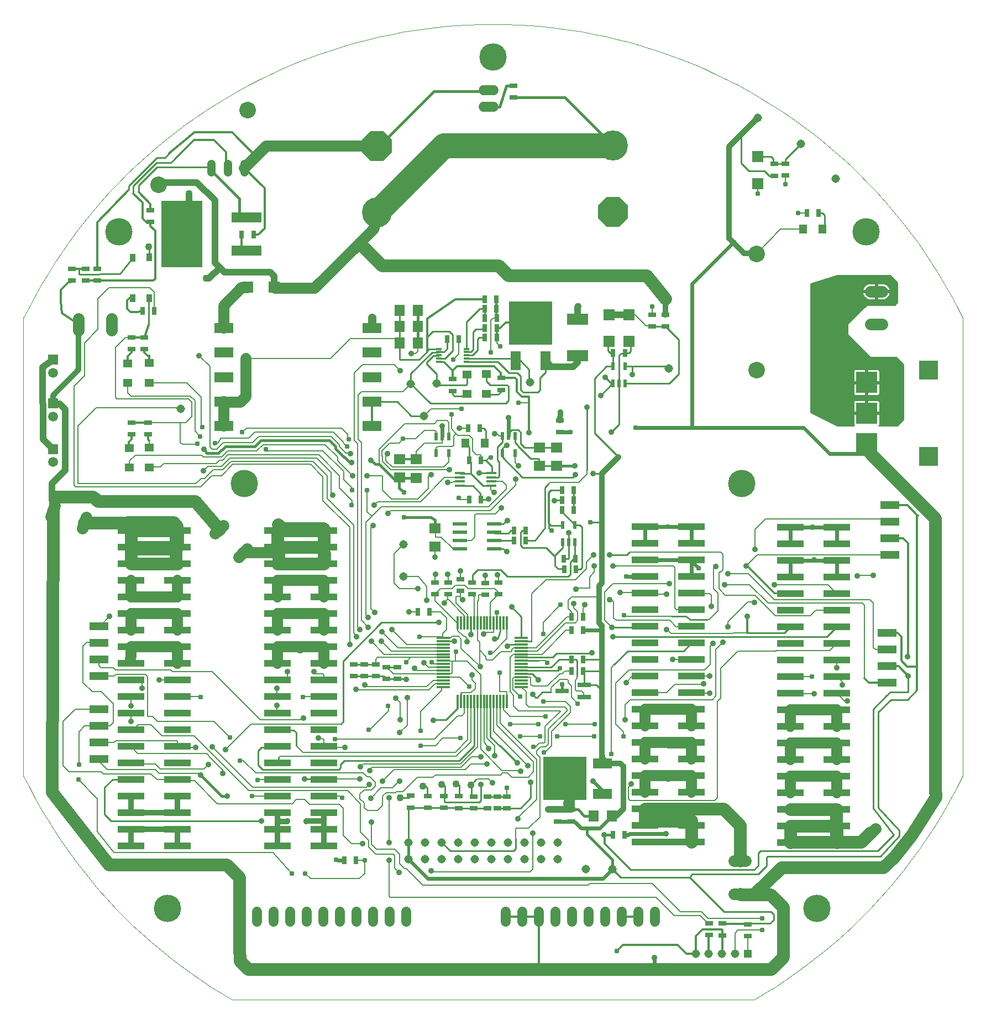
<source format=gtl>
G75*
%MOIN*%
%OFA0B0*%
%FSLAX25Y25*%
%IPPOS*%
%LPD*%
%AMOC8*
5,1,8,0,0,1.08239X$1,22.5*
%
%ADD10C,0.00000*%
%ADD11C,0.05150*%
%ADD12R,0.26378X0.26378*%
%ADD13R,0.11811X0.06299*%
%ADD14R,0.05906X0.01772*%
%ADD15R,0.06693X0.07087*%
%ADD16C,0.07050*%
%ADD17R,0.05150X0.05150*%
%ADD18R,0.04724X0.03150*%
%ADD19R,0.06299X0.07087*%
%ADD20C,0.18100*%
%ADD21OC8,0.18100*%
%ADD22R,0.03150X0.04724*%
%ADD23R,0.07087X0.06299*%
%ADD24R,0.02165X0.04724*%
%ADD25R,0.05512X0.04724*%
%ADD26R,0.07087X0.06693*%
%ADD27R,0.03819X0.01220*%
%ADD28C,0.05937*%
%ADD29R,0.05937X0.05937*%
%ADD30R,0.04724X0.05512*%
%ADD31C,0.07000*%
%ADD32R,0.11811X0.04921*%
%ADD33R,0.16300X0.03900*%
%ADD34C,0.06000*%
%ADD35R,0.13000X0.13000*%
%ADD36R,0.11811X0.11811*%
%ADD37R,0.12598X0.07087*%
%ADD38R,0.06299X0.11811*%
%ADD39C,0.10000*%
%ADD40R,0.07874X0.02756*%
%ADD41R,0.25000X0.40000*%
%ADD42R,0.18000X0.06000*%
%ADD43R,0.11496X0.05984*%
%ADD44R,0.03500X0.04500*%
%ADD45C,0.05150*%
%ADD46R,0.01181X0.07874*%
%ADD47R,0.07874X0.01181*%
%ADD48R,0.08661X0.02362*%
%ADD49C,0.01200*%
%ADD50C,0.01000*%
%ADD51C,0.03569*%
%ADD52C,0.00800*%
%ADD53C,0.01600*%
%ADD54C,0.03100*%
%ADD55C,0.02400*%
%ADD56C,0.04000*%
%ADD57C,0.03200*%
%ADD58C,0.06600*%
%ADD59C,0.04356*%
%ADD60C,0.05000*%
%ADD61C,0.16500*%
%ADD62C,0.07600*%
%ADD63C,0.15000*%
D10*
X0475168Y0140855D02*
X0475168Y0416445D01*
X0915866Y0005886D02*
X0922306Y0009707D01*
X0928653Y0013679D01*
X0934905Y0017802D01*
X0941056Y0022072D01*
X0947104Y0026487D01*
X0953045Y0031045D01*
X0958877Y0035743D01*
X0964595Y0040578D01*
X0970196Y0045547D01*
X0975678Y0050648D01*
X0981037Y0055878D01*
X0986270Y0061235D01*
X0991374Y0066713D01*
X0996346Y0072312D01*
X1001184Y0078028D01*
X1005885Y0083856D01*
X1010446Y0089795D01*
X1014865Y0095841D01*
X1019138Y0101990D01*
X1023264Y0108239D01*
X1027240Y0114584D01*
X1031065Y0121022D01*
X1034735Y0127549D01*
X1038249Y0134161D01*
X1041605Y0140855D01*
X1041605Y0416445D01*
X1041606Y0416445D02*
X1038174Y0423287D01*
X1034576Y0430044D01*
X1030815Y0436711D01*
X1026894Y0443285D01*
X1022814Y0449761D01*
X1018577Y0456136D01*
X1014187Y0462407D01*
X1009646Y0468569D01*
X1004957Y0474619D01*
X1000121Y0480553D01*
X0995143Y0486368D01*
X0990026Y0492060D01*
X0984771Y0497626D01*
X0979383Y0503063D01*
X0973864Y0508367D01*
X0968218Y0513536D01*
X0962448Y0518566D01*
X0956557Y0523454D01*
X0950550Y0528198D01*
X0944428Y0532794D01*
X0938197Y0537240D01*
X0931860Y0541533D01*
X0925420Y0545671D01*
X0918882Y0549651D01*
X0912249Y0553472D01*
X0905525Y0557130D01*
X0898714Y0560623D01*
X0891820Y0563950D01*
X0884848Y0567108D01*
X0877800Y0570096D01*
X0870682Y0572912D01*
X0863498Y0575554D01*
X0856252Y0578021D01*
X0848948Y0580311D01*
X0841590Y0582422D01*
X0834184Y0584355D01*
X0826732Y0586106D01*
X0819240Y0587676D01*
X0811712Y0589064D01*
X0804153Y0590268D01*
X0796567Y0591288D01*
X0788958Y0592124D01*
X0781331Y0592774D01*
X0773691Y0593239D01*
X0766041Y0593518D01*
X0758387Y0593611D01*
X0750733Y0593518D01*
X0743083Y0593239D01*
X0735443Y0592774D01*
X0727816Y0592124D01*
X0720207Y0591288D01*
X0712621Y0590268D01*
X0705062Y0589064D01*
X0697534Y0587676D01*
X0690042Y0586106D01*
X0682590Y0584355D01*
X0675184Y0582422D01*
X0667826Y0580311D01*
X0660522Y0578021D01*
X0653276Y0575554D01*
X0646092Y0572912D01*
X0638974Y0570096D01*
X0631926Y0567108D01*
X0624954Y0563950D01*
X0618060Y0560623D01*
X0611249Y0557130D01*
X0604525Y0553472D01*
X0597892Y0549651D01*
X0591354Y0545671D01*
X0584914Y0541533D01*
X0578577Y0537240D01*
X0572346Y0532794D01*
X0566224Y0528198D01*
X0560217Y0523454D01*
X0554326Y0518566D01*
X0548556Y0513536D01*
X0542910Y0508367D01*
X0537391Y0503063D01*
X0532003Y0497626D01*
X0526748Y0492060D01*
X0521631Y0486368D01*
X0516653Y0480553D01*
X0511817Y0474619D01*
X0507128Y0468569D01*
X0502587Y0462407D01*
X0498197Y0456136D01*
X0493960Y0449761D01*
X0489880Y0443285D01*
X0485959Y0436711D01*
X0482198Y0430044D01*
X0478600Y0423287D01*
X0475168Y0416445D01*
X0475168Y0140855D02*
X0478524Y0134161D01*
X0482038Y0127548D01*
X0485708Y0121021D01*
X0489533Y0114584D01*
X0493509Y0108239D01*
X0497635Y0101990D01*
X0501908Y0095841D01*
X0506327Y0089795D01*
X0510888Y0083856D01*
X0515589Y0078028D01*
X0520427Y0072312D01*
X0525399Y0066714D01*
X0530503Y0061235D01*
X0535736Y0055879D01*
X0541095Y0050648D01*
X0546577Y0045547D01*
X0552178Y0040578D01*
X0557896Y0035743D01*
X0563728Y0031045D01*
X0569669Y0026488D01*
X0575717Y0022072D01*
X0581868Y0017802D01*
X0588119Y0013680D01*
X0594466Y0009707D01*
X0600906Y0005886D01*
X0915866Y0005886D01*
D11*
X0904179Y0033665D03*
X0896305Y0033665D03*
X0888431Y0033665D03*
X0880557Y0033665D03*
X0830407Y0084685D03*
X0814355Y0084587D03*
X0797407Y0090544D03*
X0787407Y0090544D03*
X0777407Y0090544D03*
X0767407Y0090544D03*
X0757407Y0090544D03*
X0747407Y0090544D03*
X0737407Y0090544D03*
X0727407Y0090544D03*
X0717407Y0090544D03*
X0707407Y0090544D03*
X0707407Y0100544D03*
X0717407Y0100544D03*
X0727407Y0100544D03*
X0737407Y0100544D03*
X0747407Y0100544D03*
X0757407Y0100544D03*
X0767407Y0100544D03*
X0777407Y0100544D03*
X0787407Y0100544D03*
X0797407Y0100544D03*
X0704320Y0260815D03*
X0704320Y0280028D03*
X0716811Y0357474D03*
X0708830Y0376978D03*
X0724426Y0377156D03*
X0780691Y0377953D03*
X0864276Y0386356D03*
X0761755Y0448085D03*
X0917910Y0537149D03*
X0944149Y0521674D03*
X0965047Y0500438D03*
X0570022Y0361760D03*
D12*
X0780993Y0413397D03*
X0801694Y0139064D03*
D13*
X0824332Y0148119D03*
X0824332Y0130009D03*
D14*
X0757267Y0315479D03*
X0757267Y0318038D03*
X0757267Y0320597D03*
X0757267Y0323156D03*
X0738369Y0323156D03*
X0738369Y0320597D03*
X0738369Y0318038D03*
X0738369Y0315479D03*
D15*
X0828214Y0402379D03*
X0840428Y0402399D03*
X0840428Y0418541D03*
X0828214Y0418521D03*
X0918000Y0497690D03*
X0918000Y0513832D03*
D16*
X0985877Y0432554D02*
X0992927Y0432554D01*
X0992927Y0412869D02*
X0985877Y0412869D01*
D17*
X0912053Y0033665D03*
D18*
X0911982Y0044260D03*
X0911982Y0051347D03*
X0896533Y0051743D03*
X0896533Y0044657D03*
X0888594Y0044888D03*
X0888594Y0051974D03*
X0805673Y0113316D03*
X0797362Y0113269D03*
X0797362Y0120356D03*
X0805673Y0120403D03*
X0766764Y0121163D03*
X0761043Y0121106D03*
X0754941Y0121034D03*
X0754941Y0128121D03*
X0761043Y0128192D03*
X0766764Y0128250D03*
X0746705Y0128342D03*
X0746705Y0121255D03*
X0737798Y0121310D03*
X0737798Y0128396D03*
X0728791Y0128549D03*
X0728791Y0121463D03*
X0718838Y0121502D03*
X0718838Y0128589D03*
X0708690Y0128745D03*
X0708690Y0121658D03*
X0700560Y0199211D03*
X0694149Y0199153D03*
X0687529Y0200897D03*
X0680833Y0200897D03*
X0674361Y0200897D03*
X0674361Y0207984D03*
X0680833Y0207984D03*
X0687529Y0207984D03*
X0694149Y0206240D03*
X0700560Y0206298D03*
X0723309Y0250131D03*
X0723309Y0257217D03*
X0731177Y0257114D03*
X0731177Y0250027D03*
X0738595Y0252041D03*
X0738595Y0259128D03*
X0745539Y0257138D03*
X0745539Y0250051D03*
X0753730Y0249912D03*
X0753730Y0256999D03*
X0761723Y0257164D03*
X0761723Y0250078D03*
X0798647Y0347789D03*
X0798647Y0354876D03*
X0763184Y0373313D03*
X0763184Y0380400D03*
X0733852Y0379761D03*
X0733852Y0372674D03*
X0854281Y0411430D03*
X0854281Y0418516D03*
X0862440Y0418645D03*
X0862440Y0411558D03*
X0928116Y0502287D03*
X0934540Y0502361D03*
X0934540Y0509447D03*
X0928116Y0509373D03*
X0770757Y0549461D03*
X0770757Y0556548D03*
X0551693Y0481541D03*
X0551693Y0474455D03*
X0519765Y0446312D03*
X0519765Y0439226D03*
X0512565Y0439226D03*
X0512565Y0446312D03*
X0504309Y0446312D03*
X0504309Y0439226D03*
X0540246Y0404837D03*
X0540246Y0397750D03*
X0547901Y0397868D03*
X0547901Y0404955D03*
X0550179Y0353676D03*
X0540425Y0353563D03*
X0540425Y0346476D03*
X0550179Y0346589D03*
D19*
X0701962Y0401634D03*
X0701925Y0411509D03*
X0712949Y0411509D03*
X0712986Y0401634D03*
X0712911Y0421181D03*
X0701887Y0421181D03*
X0819048Y0116509D03*
X0830072Y0116509D03*
D20*
X0688382Y0480278D03*
X0830717Y0520441D03*
D21*
X0830717Y0480441D03*
X0688382Y0520278D03*
D22*
X0613903Y0466837D03*
X0606816Y0466837D03*
X0554161Y0420818D03*
X0547075Y0420818D03*
X0730606Y0403736D03*
X0737693Y0403736D03*
X0753477Y0404945D03*
X0753477Y0410614D03*
X0753440Y0416473D03*
X0753388Y0422232D03*
X0753372Y0427965D03*
X0760458Y0427965D03*
X0760475Y0422232D03*
X0760527Y0416473D03*
X0760563Y0410614D03*
X0760563Y0404945D03*
X0830816Y0395405D03*
X0837903Y0395405D03*
X0750315Y0350152D03*
X0743228Y0350152D03*
X0743913Y0330774D03*
X0751000Y0330774D03*
X0751026Y0307337D03*
X0743939Y0307337D03*
X0770907Y0288507D03*
X0770907Y0282484D03*
X0777994Y0282484D03*
X0777994Y0288507D03*
X0799966Y0300864D03*
X0799931Y0306743D03*
X0799919Y0312881D03*
X0807006Y0312881D03*
X0807018Y0306743D03*
X0807052Y0300864D03*
X0808012Y0271568D03*
X0808442Y0265104D03*
X0801355Y0265104D03*
X0800926Y0271568D03*
X0805549Y0236679D03*
X0812636Y0236679D03*
X0812780Y0228669D03*
X0805694Y0228669D03*
X0805593Y0210704D03*
X0805634Y0203784D03*
X0812721Y0203784D03*
X0812680Y0210704D03*
X0719991Y0239557D03*
X0712905Y0239557D03*
X0830590Y0105200D03*
X0837677Y0105200D03*
X0675677Y0090000D03*
X0668590Y0090000D03*
X0947531Y0479789D03*
X0954618Y0479789D03*
D23*
X0796644Y0338481D03*
X0786437Y0338645D03*
X0786437Y0327622D03*
X0796644Y0327457D03*
X0723410Y0289775D03*
X0723410Y0278752D03*
X0711961Y0320350D03*
X0701951Y0320455D03*
X0701951Y0331478D03*
X0711961Y0331374D03*
D24*
X0724056Y0335072D03*
X0731537Y0335072D03*
X0731537Y0345309D03*
X0727796Y0345309D03*
X0724056Y0345309D03*
X0764032Y0345463D03*
X0767773Y0345463D03*
X0771513Y0345463D03*
X0771513Y0335226D03*
X0764032Y0335226D03*
X0830630Y0377124D03*
X0834370Y0377124D03*
X0838110Y0377124D03*
X0838110Y0387361D03*
X0830630Y0387361D03*
X0807829Y0291855D03*
X0800349Y0291855D03*
X0800349Y0281618D03*
X0804089Y0281618D03*
X0807829Y0281618D03*
D25*
X0754388Y0370904D03*
X0742800Y0370708D03*
X0742800Y0382519D03*
X0754388Y0382715D03*
X0550924Y0377602D03*
X0538108Y0377545D03*
X0538108Y0389356D03*
X0550924Y0389413D03*
X0551139Y0338472D03*
X0539070Y0338305D03*
X0539070Y0326494D03*
X0551139Y0326661D03*
D26*
X0610288Y0435038D03*
X0626430Y0435038D03*
D27*
X0725642Y0398022D03*
X0725642Y0396053D03*
X0725642Y0394085D03*
X0725642Y0392116D03*
X0725642Y0390148D03*
X0742453Y0390148D03*
X0742453Y0392116D03*
X0742453Y0394085D03*
X0742453Y0396053D03*
X0742453Y0398022D03*
D28*
X0492918Y0383566D03*
X0492897Y0357190D03*
X0492842Y0329718D03*
D29*
X0492842Y0337592D03*
X0492897Y0365064D03*
X0492918Y0391440D03*
D30*
X0741628Y0341160D03*
X0753440Y0341160D03*
X0945298Y0470129D03*
X0957109Y0470129D03*
D31*
X0609889Y0277516D02*
X0604939Y0272566D01*
X0590797Y0286708D02*
X0595747Y0291658D01*
X0512929Y0296555D02*
X0510535Y0289977D01*
X0491741Y0296817D02*
X0494135Y0303395D01*
X0508340Y0409270D02*
X0508340Y0416270D01*
X0528340Y0416270D02*
X0528340Y0409270D01*
X0983954Y0103959D02*
X0988904Y0108909D01*
X1003046Y0094767D02*
X0998096Y0089817D01*
X0910714Y0089519D02*
X0903714Y0089519D01*
X0903714Y0069519D02*
X0910714Y0069519D01*
D32*
X0996142Y0196858D03*
X0996142Y0206858D03*
X0996142Y0216858D03*
X0996142Y0226858D03*
X0997729Y0274008D03*
X0997729Y0284008D03*
X0997729Y0294008D03*
X0997729Y0304008D03*
X0520565Y0230847D03*
X0520565Y0220847D03*
X0520565Y0210847D03*
X0520565Y0200847D03*
X0520768Y0180693D03*
X0520768Y0170693D03*
X0520768Y0160693D03*
X0520768Y0150693D03*
D33*
X0539882Y0148441D03*
X0539882Y0158441D03*
X0539882Y0168441D03*
X0539882Y0178441D03*
X0539882Y0188441D03*
X0539882Y0198441D03*
X0539882Y0208441D03*
X0539882Y0218441D03*
X0539882Y0228441D03*
X0539882Y0238441D03*
X0539882Y0248441D03*
X0539882Y0258441D03*
X0539882Y0268441D03*
X0539882Y0278441D03*
X0539882Y0288441D03*
X0567982Y0288441D03*
X0567982Y0278441D03*
X0567982Y0268441D03*
X0567982Y0258441D03*
X0567982Y0248441D03*
X0567982Y0238441D03*
X0567982Y0228441D03*
X0567982Y0218441D03*
X0567982Y0208441D03*
X0567982Y0198441D03*
X0567982Y0188441D03*
X0567982Y0178441D03*
X0567982Y0168441D03*
X0567982Y0158441D03*
X0567982Y0148441D03*
X0567982Y0138441D03*
X0567982Y0128441D03*
X0567982Y0118441D03*
X0567982Y0108441D03*
X0567982Y0098441D03*
X0539882Y0098441D03*
X0539882Y0108441D03*
X0539882Y0118441D03*
X0539882Y0128441D03*
X0539882Y0138441D03*
X0628304Y0138365D03*
X0628304Y0128365D03*
X0628304Y0118365D03*
X0628304Y0108365D03*
X0628304Y0098365D03*
X0656404Y0098365D03*
X0656404Y0108365D03*
X0656404Y0118365D03*
X0656404Y0128365D03*
X0656404Y0138365D03*
X0656404Y0148365D03*
X0656404Y0158365D03*
X0656404Y0168365D03*
X0656404Y0178365D03*
X0656404Y0188365D03*
X0656404Y0198365D03*
X0656404Y0208365D03*
X0656404Y0218365D03*
X0656404Y0228365D03*
X0656404Y0238365D03*
X0656404Y0248365D03*
X0656404Y0258365D03*
X0656404Y0268365D03*
X0656404Y0278365D03*
X0656404Y0288365D03*
X0628304Y0288365D03*
X0628304Y0278365D03*
X0628304Y0268365D03*
X0628304Y0258365D03*
X0628304Y0248365D03*
X0628304Y0238365D03*
X0628304Y0228365D03*
X0628304Y0218365D03*
X0628304Y0208365D03*
X0628304Y0198365D03*
X0628304Y0188365D03*
X0628304Y0178365D03*
X0628304Y0168365D03*
X0628304Y0158365D03*
X0628304Y0148365D03*
X0849953Y0150771D03*
X0849953Y0140771D03*
X0849953Y0130771D03*
X0849953Y0120771D03*
X0849953Y0110771D03*
X0849953Y0100771D03*
X0878053Y0100771D03*
X0878053Y0110771D03*
X0878053Y0120771D03*
X0878053Y0130771D03*
X0878053Y0140771D03*
X0878053Y0150771D03*
X0878053Y0160771D03*
X0878053Y0170771D03*
X0878053Y0180771D03*
X0878053Y0190771D03*
X0878053Y0200771D03*
X0878053Y0210771D03*
X0878053Y0220771D03*
X0878053Y0230771D03*
X0878053Y0240771D03*
X0878053Y0250771D03*
X0878053Y0260771D03*
X0878053Y0270771D03*
X0878053Y0280771D03*
X0878053Y0290771D03*
X0849953Y0290771D03*
X0849953Y0280771D03*
X0849953Y0270771D03*
X0849953Y0260771D03*
X0849953Y0250771D03*
X0849953Y0240771D03*
X0849953Y0230771D03*
X0849953Y0220771D03*
X0849953Y0210771D03*
X0849953Y0200771D03*
X0849953Y0190771D03*
X0849953Y0180771D03*
X0849953Y0170771D03*
X0849953Y0160771D03*
X0937647Y0160635D03*
X0937647Y0170635D03*
X0937647Y0180635D03*
X0937647Y0190635D03*
X0937647Y0200635D03*
X0937647Y0210635D03*
X0937647Y0220635D03*
X0937647Y0230635D03*
X0937647Y0240635D03*
X0937647Y0250635D03*
X0937647Y0260635D03*
X0937647Y0270635D03*
X0937647Y0280635D03*
X0937647Y0290635D03*
X0965747Y0290635D03*
X0965747Y0280635D03*
X0965747Y0270635D03*
X0965747Y0260635D03*
X0965747Y0250635D03*
X0965747Y0240635D03*
X0965747Y0230635D03*
X0965747Y0220635D03*
X0965747Y0210635D03*
X0965747Y0200635D03*
X0965747Y0190635D03*
X0965747Y0180635D03*
X0965747Y0170635D03*
X0965747Y0160635D03*
X0965747Y0150635D03*
X0965747Y0140635D03*
X0965747Y0130635D03*
X0965747Y0120635D03*
X0965747Y0110635D03*
X0965747Y0100635D03*
X0937647Y0100635D03*
X0937647Y0110635D03*
X0937647Y0120635D03*
X0937647Y0130635D03*
X0937647Y0140635D03*
X0937647Y0150635D03*
D34*
X0855933Y0058800D02*
X0855933Y0052800D01*
X0845933Y0052800D02*
X0845933Y0058800D01*
X0835933Y0058800D02*
X0835933Y0052800D01*
X0825933Y0052800D02*
X0825933Y0058800D01*
X0815933Y0058800D02*
X0815933Y0052800D01*
X0805933Y0052800D02*
X0805933Y0058800D01*
X0795933Y0058800D02*
X0795933Y0052800D01*
X0785933Y0052800D02*
X0785933Y0058800D01*
X0775933Y0058800D02*
X0775933Y0052800D01*
X0765933Y0052800D02*
X0765933Y0058800D01*
X0706051Y0058800D02*
X0706051Y0052800D01*
X0696051Y0052800D02*
X0696051Y0058800D01*
X0686051Y0058800D02*
X0686051Y0052800D01*
X0676051Y0052800D02*
X0676051Y0058800D01*
X0666051Y0058800D02*
X0666051Y0052800D01*
X0656051Y0052800D02*
X0656051Y0058800D01*
X0646051Y0058800D02*
X0646051Y0052800D01*
X0636051Y0052800D02*
X0636051Y0058800D01*
X0626051Y0058800D02*
X0626051Y0052800D01*
X0616051Y0052800D02*
X0616051Y0058800D01*
X0752530Y0543714D02*
X0758530Y0543714D01*
X0758530Y0553714D02*
X0752530Y0553714D01*
D35*
X0983558Y0377808D03*
X0983558Y0359308D03*
X0983558Y0340808D03*
D36*
X1021058Y0333308D03*
X1021058Y0385308D03*
D37*
X0809296Y0393967D03*
X0809296Y0416014D03*
D38*
X0790048Y0390759D03*
X0771938Y0390759D03*
D39*
X0917325Y0385144D03*
X0917325Y0455144D03*
X0610243Y0542012D03*
X0556620Y0497017D03*
D40*
X0813438Y0195643D03*
X0813438Y0188163D03*
X0800053Y0191903D03*
D41*
X0570680Y0467190D03*
D42*
X0609680Y0477190D03*
X0609680Y0457190D03*
D43*
X0596016Y0410461D03*
X0596016Y0395698D03*
X0596016Y0380934D03*
X0596016Y0366170D03*
X0596016Y0351406D03*
X0685268Y0351406D03*
X0685268Y0366170D03*
X0685268Y0380934D03*
X0685268Y0395698D03*
X0685268Y0410461D03*
D44*
X0550876Y0428429D03*
X0540876Y0428429D03*
X0540876Y0452929D03*
X0550876Y0453029D03*
D45*
X0588266Y0504403D02*
X0588266Y0509553D01*
X0598266Y0509553D02*
X0598266Y0504403D01*
X0608266Y0504403D02*
X0608266Y0509553D01*
D46*
X0737096Y0232719D03*
X0739065Y0232719D03*
X0741033Y0232719D03*
X0743002Y0232719D03*
X0744970Y0232719D03*
X0746939Y0232719D03*
X0748907Y0232719D03*
X0750876Y0232719D03*
X0752844Y0232719D03*
X0754813Y0232719D03*
X0756781Y0232719D03*
X0758750Y0232719D03*
X0760718Y0232719D03*
X0762687Y0232719D03*
X0764655Y0232719D03*
X0766624Y0232719D03*
X0766624Y0185475D03*
X0764655Y0185475D03*
X0762687Y0185475D03*
X0760718Y0185475D03*
X0758750Y0185475D03*
X0756781Y0185475D03*
X0754813Y0185475D03*
X0752844Y0185475D03*
X0750876Y0185475D03*
X0748907Y0185475D03*
X0746939Y0185475D03*
X0744970Y0185475D03*
X0743002Y0185475D03*
X0741033Y0185475D03*
X0739065Y0185475D03*
X0737096Y0185475D03*
D47*
X0728238Y0194333D03*
X0728238Y0196301D03*
X0728238Y0198270D03*
X0728238Y0200238D03*
X0728238Y0202207D03*
X0728238Y0204175D03*
X0728238Y0206144D03*
X0728238Y0208112D03*
X0728238Y0210081D03*
X0728238Y0212049D03*
X0728238Y0214018D03*
X0728238Y0215986D03*
X0728238Y0217955D03*
X0728238Y0219923D03*
X0728238Y0221892D03*
X0728238Y0223860D03*
X0775482Y0223860D03*
X0775482Y0221892D03*
X0775482Y0219923D03*
X0775482Y0217955D03*
X0775482Y0215986D03*
X0775482Y0214018D03*
X0775482Y0212049D03*
X0775482Y0210081D03*
X0775482Y0208112D03*
X0775482Y0206144D03*
X0775482Y0204175D03*
X0775482Y0202207D03*
X0775482Y0200238D03*
X0775482Y0198270D03*
X0775482Y0196301D03*
X0775482Y0194333D03*
D48*
X0758955Y0277361D03*
X0758955Y0282361D03*
X0758955Y0287361D03*
X0758955Y0292361D03*
X0738482Y0292361D03*
X0738482Y0287361D03*
X0738482Y0282361D03*
X0738482Y0277361D03*
D49*
X0711961Y0320350D02*
X0702056Y0320350D01*
X0701951Y0320455D01*
X0701951Y0331478D02*
X0711856Y0331478D01*
X0711961Y0331374D01*
X0685268Y0351406D02*
X0685268Y0366170D01*
X0733852Y0379761D02*
X0733852Y0384718D01*
X0736733Y0387600D01*
X0758933Y0387600D01*
X0762933Y0383600D01*
X0762933Y0380650D01*
X0763184Y0380400D01*
X0771534Y0380400D01*
X0772533Y0379400D01*
X0772533Y0372200D01*
X0775533Y0369200D01*
X0779933Y0369200D01*
X0780133Y0369000D01*
X0780133Y0366200D01*
X0780133Y0347600D01*
X0779933Y0347400D01*
X0718733Y0396313D02*
X0718733Y0405200D01*
X0718733Y0416200D01*
X0735699Y0427965D01*
X0753372Y0427965D01*
X0760458Y0427965D02*
X0760458Y0422248D01*
X0760475Y0422232D01*
X0760458Y0416542D02*
X0760527Y0416473D01*
X0760458Y0416542D02*
X0760458Y0427965D01*
X0766133Y0414000D02*
X0780390Y0414000D01*
X0780993Y0413397D01*
X0766133Y0414000D02*
X0762747Y0410614D01*
X0760563Y0410614D01*
X0760563Y0404945D01*
X0712986Y0401634D02*
X0712986Y0411471D01*
X0712949Y0411509D01*
X0712949Y0422815D01*
X0713333Y0423200D01*
X0713333Y0421604D01*
X0712911Y0421181D01*
X0620528Y0470554D02*
X0620528Y0494715D01*
X0608266Y0506978D01*
X0615302Y0514014D02*
X0600868Y0528448D01*
X0578180Y0528448D01*
X0563096Y0515864D01*
X0566553Y0512403D02*
X0578074Y0523925D01*
X0589997Y0523925D01*
X0597329Y0516593D01*
X0597329Y0507915D01*
X0598266Y0506978D01*
X0588266Y0506978D02*
X0587494Y0507749D01*
X0551693Y0485307D02*
X0544611Y0492388D01*
X0541398Y0491656D02*
X0546910Y0486143D01*
X0546910Y0476550D01*
X0549193Y0474268D01*
X0551693Y0474455D01*
X0551693Y0471990D01*
X0554583Y0469100D01*
X0554583Y0440350D01*
X0553333Y0439100D01*
X0519890Y0439100D01*
X0519765Y0439226D01*
X0512165Y0439226D01*
X0512565Y0439226D01*
X0512565Y0446312D02*
X0512165Y0446312D01*
X0508533Y0446312D01*
X0504309Y0446312D01*
X0504309Y0439226D02*
X0503783Y0438100D01*
X0502333Y0438100D01*
X0497833Y0433600D01*
X0497833Y0426600D01*
X0498340Y0419607D01*
X0508340Y0412770D01*
X0537833Y0422100D02*
X0537833Y0427100D01*
X0539004Y0428429D01*
X0540876Y0428429D01*
X0537833Y0422100D02*
X0539833Y0420100D01*
X0543857Y0420100D01*
X0547075Y0420818D01*
X0550833Y0412600D02*
X0548333Y0405387D01*
X0547901Y0404955D01*
X0547783Y0404837D01*
X0540246Y0404837D01*
X0540246Y0397750D02*
X0540246Y0395805D01*
X0537977Y0393536D01*
X0537977Y0389488D01*
X0538108Y0389356D01*
X0547901Y0395844D02*
X0549980Y0393764D01*
X0550895Y0393764D01*
X0551009Y0393650D01*
X0551009Y0389497D01*
X0550924Y0389413D01*
X0547901Y0395844D02*
X0547901Y0397868D01*
X0550179Y0353676D02*
X0550066Y0353563D01*
X0540425Y0353563D01*
X0540425Y0346476D02*
X0540425Y0343659D01*
X0538702Y0341936D01*
X0538702Y0338674D01*
X0539070Y0338305D01*
X0550179Y0343556D02*
X0551138Y0342597D01*
X0550179Y0343556D02*
X0550179Y0346589D01*
X0519765Y0446312D02*
X0519765Y0474100D01*
X0538679Y0493935D01*
X0551693Y0485307D02*
X0551693Y0481541D01*
X0606816Y0466837D02*
X0606816Y0458454D01*
X0609680Y0457190D01*
X0613903Y0466837D02*
X0616812Y0466837D01*
X0620528Y0470554D01*
X0911533Y0236800D02*
X0911533Y0227200D01*
X0911733Y0227000D01*
X0982333Y0199400D02*
X0984875Y0196858D01*
X0996142Y0196858D01*
X1002875Y0206858D02*
X1008733Y0201000D01*
X1008133Y0206600D02*
X1013733Y0206600D01*
X1014133Y0206200D01*
X1014133Y0298000D01*
X1008333Y0303800D01*
X0997937Y0303800D01*
X0997729Y0304008D01*
X1014133Y0298000D02*
X1014733Y0297400D01*
X1005533Y0283800D02*
X0997937Y0283800D01*
X0997729Y0284008D01*
X1005533Y0283800D02*
X1008533Y0280800D01*
X1008533Y0212800D01*
X1008333Y0212600D01*
X1004533Y0210200D02*
X1008133Y0206600D01*
X1004533Y0210200D02*
X1004533Y0223200D01*
X1004733Y0224000D01*
X1004533Y0224600D01*
X1002275Y0226858D01*
X0996142Y0226858D01*
X0996142Y0206858D02*
X1002875Y0206858D01*
X1014133Y0206200D02*
X1014133Y0192400D01*
X0965747Y0160635D02*
X0951698Y0160635D01*
X0951533Y0160800D01*
X0825533Y0105000D02*
X0825533Y0099800D01*
X0825533Y0105000D02*
X0825333Y0105200D01*
X0835933Y0055800D02*
X0845933Y0055800D01*
X0836533Y0038800D02*
X0832933Y0035200D01*
X0836533Y0038800D02*
X0869733Y0038800D01*
X0874868Y0033665D01*
X0880557Y0033665D01*
X0880557Y0044024D01*
X0884733Y0048200D01*
X0896333Y0048200D01*
X0896533Y0048000D01*
X0896533Y0044657D01*
X0896533Y0033893D01*
X0896305Y0033665D01*
X0888431Y0033665D02*
X0888431Y0044725D01*
X0888594Y0044888D01*
X0785933Y0055800D02*
X0785933Y0024400D01*
X0785733Y0024200D01*
X0785933Y0055800D02*
X0775933Y0055800D01*
X0765933Y0055800D01*
D50*
X0721333Y0083000D02*
X0720933Y0083400D01*
X0732551Y0095400D02*
X0727407Y0100544D01*
X0732551Y0095400D02*
X0770733Y0095400D01*
X0772133Y0096800D01*
X0772133Y0103000D01*
X0774933Y0121200D02*
X0766801Y0121200D01*
X0766764Y0121163D01*
X0766706Y0121106D01*
X0761043Y0121106D01*
X0754941Y0121034D02*
X0754719Y0121255D01*
X0746705Y0121255D01*
X0746651Y0121310D01*
X0737798Y0121310D01*
X0737645Y0121463D01*
X0728791Y0121463D01*
X0728751Y0121502D01*
X0718838Y0121502D01*
X0718682Y0121658D01*
X0708690Y0121658D01*
X0707407Y0120375D01*
X0707407Y0100544D01*
X0729333Y0124800D02*
X0728933Y0125200D01*
X0728933Y0128407D01*
X0728791Y0128549D01*
X0729333Y0129092D01*
X0729333Y0134600D01*
X0728333Y0135600D01*
X0727333Y0135600D01*
X0735933Y0135800D02*
X0737333Y0135800D01*
X0738133Y0135000D01*
X0738133Y0128731D01*
X0737798Y0128396D01*
X0745333Y0129714D02*
X0746705Y0128342D01*
X0746933Y0128570D01*
X0745333Y0129714D02*
X0745333Y0134800D01*
X0744933Y0135200D01*
X0748133Y0138400D01*
X0751133Y0135400D02*
X0751133Y0125800D01*
X0750133Y0124800D01*
X0729333Y0124800D01*
X0718838Y0128589D02*
X0718533Y0128893D01*
X0718533Y0133600D01*
X0717733Y0134400D01*
X0716133Y0134400D01*
X0708690Y0128745D02*
X0707545Y0127600D01*
X0702333Y0127600D01*
X0666333Y0145400D02*
X0666333Y0147600D01*
X0668533Y0149800D01*
X0737933Y0149800D01*
X0746939Y0158805D01*
X0746939Y0185475D01*
X0739133Y0185543D02*
X0739133Y0190800D01*
X0739133Y0185543D02*
X0739065Y0185475D01*
X0737096Y0185475D02*
X0737096Y0181363D01*
X0730133Y0174400D01*
X0724733Y0174400D01*
X0722333Y0174200D01*
X0705933Y0199000D02*
X0705322Y0199211D01*
X0700560Y0199211D01*
X0700502Y0199153D01*
X0694149Y0199153D01*
X0692404Y0200897D01*
X0687529Y0200897D01*
X0680833Y0200897D01*
X0674361Y0200897D01*
X0674361Y0207984D02*
X0680833Y0207984D01*
X0687529Y0207984D01*
X0694149Y0206240D02*
X0700502Y0206240D01*
X0700560Y0206298D01*
X0691133Y0233200D02*
X0667933Y0210000D01*
X0667933Y0173400D01*
X0666533Y0172000D01*
X0639533Y0166800D02*
X0639533Y0159200D01*
X0628304Y0158365D02*
X0627939Y0158000D01*
X0618733Y0158000D01*
X0616533Y0155800D01*
X0616533Y0147200D01*
X0618233Y0145500D01*
X0619333Y0144400D01*
X0665333Y0144400D01*
X0666333Y0145400D01*
X0656404Y0138365D02*
X0655968Y0138800D01*
X0644733Y0138800D01*
X0628933Y0148995D02*
X0628304Y0148365D01*
X0628933Y0148995D02*
X0628933Y0151400D01*
X0628468Y0168200D02*
X0628304Y0168365D01*
X0628468Y0168200D02*
X0638133Y0168200D01*
X0639533Y0166800D01*
X0618733Y0113600D02*
X0527933Y0113600D01*
X0524033Y0117500D01*
X0524033Y0133700D01*
X0528933Y0138600D01*
X0539723Y0138600D01*
X0539882Y0138441D01*
X0691133Y0233200D02*
X0725533Y0233200D01*
X0728238Y0221892D02*
X0734041Y0221892D01*
X0735133Y0221800D01*
X0744933Y0225800D02*
X0744970Y0230437D01*
X0744970Y0232719D01*
X0759333Y0223200D02*
X0761133Y0223200D01*
X0761733Y0224800D01*
X0762687Y0228153D01*
X0762687Y0232719D01*
X0769533Y0242600D02*
X0775482Y0236651D01*
X0775482Y0223860D01*
X0775482Y0221892D02*
X0781825Y0221892D01*
X0775482Y0219923D02*
X0768610Y0219923D01*
X0766933Y0218800D01*
X0775482Y0212049D02*
X0794183Y0212049D01*
X0796733Y0214600D01*
X0817733Y0214600D01*
X0817933Y0214800D01*
X0812721Y0211063D02*
X0812680Y0210704D01*
X0824429Y0210704D01*
X0824133Y0210200D01*
X0824933Y0204000D02*
X0824717Y0203784D01*
X0812721Y0203784D01*
X0813438Y0203066D01*
X0813438Y0195643D01*
X0813482Y0195600D01*
X0820733Y0195600D01*
X0824133Y0192200D01*
X0824133Y0186400D01*
X0813438Y0188163D02*
X0811170Y0188163D01*
X0809133Y0200600D02*
X0809133Y0210200D01*
X0808333Y0211000D01*
X0805697Y0211000D01*
X0805593Y0210704D01*
X0805490Y0211000D01*
X0798333Y0211000D01*
X0793477Y0206144D01*
X0775482Y0206144D01*
X0775482Y0204175D02*
X0797509Y0204175D01*
X0798733Y0205400D01*
X0785852Y0210081D02*
X0775482Y0210081D01*
X0775482Y0202207D02*
X0781926Y0202207D01*
X0785733Y0198400D01*
X0788133Y0191200D02*
X0793333Y0191200D01*
X0788133Y0191200D02*
X0784933Y0188000D01*
X0784133Y0188000D01*
X0782333Y0189800D01*
X0782333Y0190000D01*
X0756781Y0185475D02*
X0756781Y0164352D01*
X0762333Y0158800D01*
X0762533Y0158800D01*
X0772933Y0148400D01*
X0774133Y0144400D02*
X0774933Y0143600D01*
X0781133Y0137000D02*
X0781133Y0127400D01*
X0774933Y0121200D01*
X0766764Y0128250D02*
X0766706Y0128192D01*
X0761043Y0128192D01*
X0760971Y0128121D01*
X0754941Y0128121D01*
X0825533Y0099800D02*
X0841233Y0084100D01*
X0915833Y0084100D01*
X0918333Y0086600D01*
X0918333Y0094100D01*
X0919733Y0095500D01*
X0990433Y0095500D01*
X1000133Y0105200D01*
X0987633Y0121100D01*
X0987633Y0179300D01*
X0987575Y0180958D01*
X0995833Y0189100D01*
X0997849Y0191116D01*
X1008733Y0191116D01*
X1008733Y0201000D01*
X1014133Y0192400D02*
X1008333Y0186600D01*
X0998333Y0186600D01*
X0990833Y0179100D01*
X0990833Y0121600D01*
X1003333Y0107850D01*
X1003333Y0104650D01*
X0992033Y0092100D01*
X0923833Y0092100D01*
X0923333Y0091600D01*
X0923333Y0086600D01*
X0918333Y0081600D01*
X0878333Y0081600D01*
X0876933Y0079600D01*
X0897733Y0058800D01*
X0925933Y0058800D01*
X0927533Y0057200D01*
X0927533Y0053800D01*
X0925477Y0051743D01*
X0896533Y0051743D01*
X0876933Y0079600D02*
X0835492Y0079600D01*
X0830407Y0084685D01*
X0831333Y0207800D02*
X0839533Y0216000D01*
X0873282Y0216000D01*
X0878053Y0220771D01*
X0878053Y0230771D02*
X0877824Y0230800D01*
X0877333Y0234800D02*
X0887533Y0234800D01*
X0877333Y0234800D02*
X0874533Y0236800D01*
X0865933Y0236800D01*
X0877882Y0240600D02*
X0878053Y0240771D01*
X0849953Y0250771D02*
X0849924Y0250800D01*
X0849953Y0230771D02*
X0849382Y0230200D01*
X0829933Y0230200D01*
X0830733Y0224600D02*
X0959712Y0224600D01*
X0965747Y0230635D01*
X0937647Y0230635D02*
X0934012Y0227000D01*
X0911733Y0227000D01*
X0927933Y0250800D02*
X0940533Y0250800D01*
X0940733Y0250600D01*
X0937683Y0250600D01*
X0937647Y0250635D01*
X0927933Y0250800D02*
X0911533Y0267200D01*
X0910933Y0267200D01*
X0840733Y0275400D02*
X0839133Y0273800D01*
X0828733Y0273800D01*
X0830733Y0267200D02*
X0832333Y0267200D01*
X0819333Y0267200D02*
X0819133Y0267000D01*
X0818333Y0273200D02*
X0818933Y0273800D01*
X0808012Y0271568D02*
X0807101Y0271568D01*
X0804933Y0269400D01*
X0804933Y0262200D01*
X0803733Y0261000D01*
X0766933Y0261000D01*
X0762933Y0265000D01*
X0749133Y0265000D01*
X0745933Y0261800D01*
X0745933Y0257532D01*
X0745539Y0257138D01*
X0758955Y0277361D02*
X0764172Y0277361D01*
X0766533Y0276000D01*
X0770907Y0282484D02*
X0759078Y0282484D01*
X0758955Y0282361D01*
X0759316Y0287000D02*
X0758955Y0287361D01*
X0759316Y0287000D02*
X0767533Y0287000D01*
X0769040Y0288507D01*
X0770907Y0288507D01*
X0774933Y0287400D02*
X0774933Y0279600D01*
X0776333Y0278200D01*
X0790333Y0278200D01*
X0795733Y0272800D01*
X0795733Y0267200D01*
X0797533Y0265400D01*
X0801060Y0265400D01*
X0801355Y0265104D01*
X0800926Y0271568D02*
X0800958Y0271600D01*
X0803733Y0271600D01*
X0804089Y0271956D01*
X0804089Y0281618D01*
X0804089Y0286156D01*
X0804133Y0287200D01*
X0807884Y0291800D02*
X0807829Y0291855D01*
X0799966Y0299719D01*
X0799966Y0300864D01*
X0799931Y0306743D02*
X0796590Y0306743D01*
X0795333Y0306600D01*
X0791933Y0311600D02*
X0791933Y0290000D01*
X0793533Y0288400D01*
X0793333Y0291600D02*
X0800094Y0291600D01*
X0800349Y0291855D01*
X0793333Y0291600D02*
X0791733Y0293200D01*
X0791733Y0311600D01*
X0793014Y0312881D01*
X0799919Y0312881D01*
X0793214Y0312881D01*
X0791933Y0311600D01*
X0789733Y0314600D02*
X0791533Y0316400D01*
X0789733Y0314600D02*
X0789733Y0290200D01*
X0783533Y0282400D01*
X0778078Y0282400D01*
X0777994Y0282484D01*
X0774933Y0287400D02*
X0776040Y0288507D01*
X0777994Y0288507D01*
X0767133Y0294600D02*
X0764495Y0292361D01*
X0758955Y0292361D01*
X0738933Y0282000D02*
X0738572Y0282361D01*
X0738482Y0282361D01*
X0751026Y0307337D02*
X0754671Y0307337D01*
X0755533Y0307400D01*
X0751026Y0307337D02*
X0750733Y0307630D01*
X0750733Y0311000D01*
X0746255Y0315479D01*
X0738369Y0315479D01*
X0738525Y0323000D02*
X0738369Y0323156D01*
X0738525Y0323000D02*
X0744933Y0323000D01*
X0744933Y0329753D01*
X0743913Y0330774D01*
X0743913Y0338875D01*
X0741628Y0341160D01*
X0753440Y0341160D02*
X0753933Y0341654D01*
X0753933Y0349000D01*
X0752781Y0350152D01*
X0750315Y0350152D01*
X0764032Y0345463D02*
X0764032Y0341899D01*
X0760933Y0338800D01*
X0760933Y0330800D01*
X0761933Y0329800D01*
X0761933Y0321200D01*
X0761333Y0320600D01*
X0757270Y0320600D01*
X0757267Y0320597D01*
X0757267Y0323156D02*
X0757533Y0323423D01*
X0757533Y0327200D01*
X0753960Y0330774D01*
X0751000Y0330774D01*
X0751226Y0331000D01*
X0749933Y0323200D02*
X0757223Y0323200D01*
X0757267Y0323156D01*
X0757267Y0315479D02*
X0752455Y0315479D01*
X0744933Y0323000D01*
X0764032Y0332701D02*
X0764032Y0335226D01*
X0764032Y0338299D01*
X0766733Y0340000D01*
X0771513Y0341621D02*
X0773333Y0339800D01*
X0773333Y0339600D01*
X0781133Y0331800D01*
X0786133Y0331800D01*
X0786133Y0327925D01*
X0786437Y0327622D01*
X0796480Y0327622D01*
X0796644Y0327457D01*
X0796644Y0338481D02*
X0796480Y0338645D01*
X0786437Y0338645D01*
X0786391Y0338600D01*
X0777333Y0338600D01*
X0775133Y0340800D01*
X0775133Y0347600D01*
X0773533Y0349200D01*
X0769733Y0349200D01*
X0767773Y0347239D01*
X0767773Y0345463D01*
X0771513Y0345463D02*
X0771513Y0341621D01*
X0764032Y0332701D02*
X0776133Y0320600D01*
X0806333Y0320600D01*
X0807933Y0322200D01*
X0815133Y0325000D02*
X0815133Y0362800D01*
X0823333Y0370000D02*
X0829809Y0376476D01*
X0829809Y0377124D01*
X0826133Y0380800D01*
X0829809Y0377124D02*
X0830630Y0377124D01*
X0834370Y0377124D02*
X0834370Y0352636D01*
X0829733Y0348000D01*
X0819533Y0347200D02*
X0833933Y0332800D01*
X0824133Y0323000D02*
X0823933Y0322800D01*
X0818733Y0322800D01*
X0807006Y0312881D02*
X0807006Y0306755D01*
X0807018Y0306743D01*
X0807018Y0300898D01*
X0807052Y0300864D01*
X0807884Y0291800D02*
X0810733Y0291800D01*
X0812133Y0290400D01*
X0812133Y0266200D01*
X0811038Y0265104D01*
X0808442Y0265104D01*
X0808012Y0271568D02*
X0807829Y0271751D01*
X0807829Y0281618D01*
X0800349Y0281618D02*
X0800349Y0278216D01*
X0795733Y0273600D01*
X0795733Y0272800D01*
X0816933Y0293400D02*
X0823133Y0293400D01*
X0824133Y0292400D01*
X0819533Y0347200D02*
X0819533Y0380200D01*
X0826695Y0387361D01*
X0830630Y0387361D01*
X0830630Y0395219D01*
X0830816Y0395405D01*
X0829128Y0395405D01*
X0827733Y0396800D01*
X0827733Y0401899D01*
X0828214Y0402379D01*
X0835533Y0395200D02*
X0837698Y0395200D01*
X0837903Y0395405D01*
X0840339Y0395405D01*
X0841333Y0396400D01*
X0841333Y0401494D01*
X0840428Y0402399D01*
X0835533Y0395200D02*
X0834370Y0394036D01*
X0834370Y0377124D01*
X0838110Y0377124D02*
X0864658Y0377124D01*
X0870333Y0382800D01*
X0870333Y0403665D01*
X0862440Y0411558D01*
X0862311Y0411430D01*
X0854281Y0411430D01*
X0863271Y0387361D02*
X0842733Y0387361D01*
X0842333Y0386961D01*
X0842333Y0382600D01*
X0842733Y0387361D02*
X0838110Y0387361D01*
X0838110Y0388377D01*
X0838733Y0389000D01*
X0863271Y0387361D02*
X0864276Y0386356D01*
X0790048Y0390759D02*
X0789933Y0390644D01*
X0789933Y0383800D01*
X0786733Y0380600D01*
X0786733Y0373200D01*
X0785333Y0371800D01*
X0776533Y0371800D01*
X0775133Y0373200D01*
X0775133Y0381400D01*
X0773133Y0383400D01*
X0767933Y0383400D01*
X0761186Y0390148D01*
X0742453Y0390148D01*
X0742453Y0392116D02*
X0770581Y0392116D01*
X0771938Y0390759D01*
X0774974Y0390759D01*
X0780133Y0385600D01*
X0780133Y0378510D01*
X0780691Y0377953D01*
X0767533Y0375400D02*
X0767533Y0366800D01*
X0765933Y0365200D01*
X0720608Y0365200D01*
X0708830Y0376978D01*
X0708830Y0383297D01*
X0721533Y0396000D01*
X0725589Y0396000D01*
X0725642Y0396053D01*
X0728786Y0396053D01*
X0730533Y0397800D01*
X0730533Y0403663D01*
X0730606Y0403736D01*
X0733933Y0406400D02*
X0731933Y0408400D01*
X0721933Y0408400D01*
X0718733Y0405200D01*
X0713333Y0402400D02*
X0713333Y0423200D01*
X0701925Y0421144D02*
X0701887Y0421181D01*
X0701925Y0421144D02*
X0701925Y0411509D01*
X0701962Y0411471D01*
X0701962Y0405200D01*
X0701962Y0401634D01*
X0701962Y0391571D01*
X0702133Y0391400D01*
X0713821Y0391400D01*
X0718733Y0396313D01*
X0718733Y0397000D01*
X0719733Y0398000D01*
X0725621Y0398000D01*
X0725642Y0398022D01*
X0725642Y0394085D02*
X0725558Y0394000D01*
X0722333Y0394000D01*
X0718333Y0390000D01*
X0718333Y0389000D01*
X0724426Y0382908D01*
X0724426Y0377156D01*
X0725382Y0376200D01*
X0742133Y0376200D01*
X0742800Y0376867D01*
X0742800Y0382519D01*
X0733852Y0384882D02*
X0733852Y0379761D01*
X0733852Y0384882D02*
X0728533Y0390200D01*
X0725695Y0390200D01*
X0725642Y0390148D01*
X0725642Y0392116D02*
X0729249Y0392116D01*
X0733933Y0396800D01*
X0733933Y0406400D01*
X0742453Y0414320D02*
X0742453Y0398022D01*
X0742453Y0396053D02*
X0744986Y0396053D01*
X0746333Y0397400D01*
X0746333Y0408200D01*
X0748133Y0410000D01*
X0752863Y0410000D01*
X0753477Y0410614D01*
X0753477Y0404945D02*
X0753332Y0404800D01*
X0749933Y0404800D01*
X0749133Y0404000D01*
X0749133Y0397200D01*
X0746018Y0394085D01*
X0742453Y0394085D01*
X0754388Y0382715D02*
X0754388Y0378545D01*
X0756733Y0376200D01*
X0766733Y0376200D01*
X0767533Y0375400D01*
X0763184Y0373313D02*
X0763184Y0372250D01*
X0761333Y0370400D01*
X0754893Y0370400D01*
X0754388Y0370904D01*
X0742800Y0370708D02*
X0741692Y0369600D01*
X0735133Y0369600D01*
X0733852Y0370882D01*
X0733852Y0372674D01*
X0716811Y0357474D02*
X0716685Y0357600D01*
X0709133Y0357600D01*
X0700563Y0366170D01*
X0685268Y0366170D01*
X0671258Y0344100D02*
X0671383Y0343600D01*
X0671258Y0344100D02*
X0670833Y0344100D01*
X0670233Y0339300D02*
X0670333Y0339200D01*
X0621883Y0336600D02*
X0621433Y0337400D01*
X0550833Y0412600D02*
X0550833Y0428386D01*
X0550876Y0428429D01*
X0533376Y0443107D02*
X0508533Y0442950D01*
X0508533Y0446312D01*
X0533376Y0443107D02*
X0540876Y0452929D01*
X0550876Y0453029D02*
X0550876Y0457443D01*
X0550533Y0459600D01*
X0544611Y0492388D02*
X0544611Y0496553D01*
X0555633Y0507575D01*
X0587043Y0507575D01*
X0588266Y0506978D01*
X0566553Y0512403D02*
X0563856Y0510100D01*
X0555383Y0510100D01*
X0541398Y0496115D01*
X0541398Y0491656D01*
X0538679Y0493935D02*
X0538679Y0496146D01*
X0555833Y0513300D01*
X0560532Y0513300D01*
X0563096Y0515864D01*
X0742453Y0414320D02*
X0750333Y0422200D01*
X0753356Y0422200D01*
X0753388Y0422232D01*
X0753388Y0416525D01*
X0753440Y0416473D01*
X0907933Y0509800D02*
X0912533Y0505200D01*
X0921933Y0505200D01*
X0924847Y0502287D01*
X0928116Y0502287D01*
X0928116Y0509373D02*
X0927333Y0510156D01*
X0927333Y0512600D01*
X0926102Y0513832D01*
X0918000Y0513832D01*
X0907933Y0509800D02*
X0907933Y0527173D01*
X0917910Y0537149D01*
X0934540Y0512065D02*
X0944149Y0521674D01*
X0934540Y0512065D02*
X0934540Y0509447D01*
X0934466Y0509373D01*
X0928116Y0509373D01*
X0954618Y0479789D02*
X0957144Y0479789D01*
X0958333Y0478600D01*
X0958333Y0471353D01*
X0957109Y0470129D01*
X0966133Y0442200D02*
X0997733Y0442200D01*
X1002133Y0437800D01*
X1002133Y0426200D01*
X1000533Y0424600D01*
X0983533Y0424600D01*
X0972133Y0413200D01*
X0972133Y0406600D01*
X0985733Y0393000D01*
X1001333Y0393000D01*
X1005733Y0388600D01*
X1005733Y0355600D01*
X1001933Y0351800D01*
X0991171Y0351800D01*
X0991258Y0351887D01*
X0991456Y0352229D01*
X0991558Y0352611D01*
X0991558Y0358808D01*
X0984058Y0358808D01*
X0984058Y0359808D01*
X0991558Y0359808D01*
X0991558Y0366006D01*
X0991456Y0366387D01*
X0991258Y0366729D01*
X0990979Y0367009D01*
X0990637Y0367206D01*
X0990255Y0367308D01*
X0984058Y0367308D01*
X0984058Y0359808D01*
X0983058Y0359808D01*
X0983058Y0358808D01*
X0975558Y0358808D01*
X0975558Y0352611D01*
X0975660Y0352229D01*
X0975858Y0351887D01*
X0975945Y0351800D01*
X0965933Y0351800D01*
X0950133Y0359800D01*
X0950133Y0437200D01*
X0966133Y0442200D01*
X0965408Y0441973D02*
X0997960Y0441973D01*
X0998959Y0440975D02*
X0962213Y0440975D01*
X0959017Y0439976D02*
X0999957Y0439976D01*
X1000956Y0438978D02*
X0955822Y0438978D01*
X0952627Y0437979D02*
X1001954Y0437979D01*
X1002133Y0436981D02*
X0995308Y0436981D01*
X0995561Y0436852D02*
X0994856Y0437211D01*
X0994104Y0437455D01*
X0993323Y0437579D01*
X0989902Y0437579D01*
X0989902Y0433054D01*
X0988902Y0433054D01*
X0988902Y0432054D01*
X0980869Y0432054D01*
X0980976Y0431378D01*
X0981220Y0430625D01*
X0981579Y0429921D01*
X0982044Y0429281D01*
X0982604Y0428721D01*
X0983244Y0428256D01*
X0983948Y0427897D01*
X0984701Y0427653D01*
X0985482Y0427529D01*
X0988902Y0427529D01*
X0988902Y0432054D01*
X0989902Y0432054D01*
X0989902Y0427529D01*
X0993323Y0427529D01*
X0994104Y0427653D01*
X0994856Y0427897D01*
X0995561Y0428256D01*
X0996201Y0428721D01*
X0996760Y0429281D01*
X0997225Y0429921D01*
X0997584Y0430625D01*
X0997829Y0431378D01*
X0997936Y0432054D01*
X0989902Y0432054D01*
X0989902Y0433054D01*
X0997936Y0433054D01*
X0997829Y0433731D01*
X0997584Y0434483D01*
X0997225Y0435188D01*
X0996760Y0435828D01*
X0996201Y0436387D01*
X0995561Y0436852D01*
X0996606Y0435982D02*
X1002133Y0435982D01*
X1002133Y0434984D02*
X0997329Y0434984D01*
X0997746Y0433985D02*
X1002133Y0433985D01*
X1002133Y0432987D02*
X0989902Y0432987D01*
X0989902Y0433985D02*
X0988902Y0433985D01*
X0988902Y0433054D02*
X0988902Y0437579D01*
X0985482Y0437579D01*
X0984701Y0437455D01*
X0983948Y0437211D01*
X0983244Y0436852D01*
X0982604Y0436387D01*
X0982044Y0435828D01*
X0981579Y0435188D01*
X0981220Y0434483D01*
X0980976Y0433731D01*
X0980869Y0433054D01*
X0988902Y0433054D01*
X0988902Y0432987D02*
X0950133Y0432987D01*
X0950133Y0433985D02*
X0981059Y0433985D01*
X0981475Y0434984D02*
X0950133Y0434984D01*
X0950133Y0435982D02*
X0982199Y0435982D01*
X0983496Y0436981D02*
X0950133Y0436981D01*
X0950133Y0431988D02*
X0980879Y0431988D01*
X0981102Y0430990D02*
X0950133Y0430990D01*
X0950133Y0429991D02*
X0981543Y0429991D01*
X0982332Y0428993D02*
X0950133Y0428993D01*
X0950133Y0427994D02*
X0983758Y0427994D01*
X0982933Y0424000D02*
X0950133Y0424000D01*
X0950133Y0423002D02*
X0981935Y0423002D01*
X0980936Y0422003D02*
X0950133Y0422003D01*
X0950133Y0421005D02*
X0979938Y0421005D01*
X0978939Y0420006D02*
X0950133Y0420006D01*
X0950133Y0419008D02*
X0977941Y0419008D01*
X0976942Y0418009D02*
X0950133Y0418009D01*
X0950133Y0417010D02*
X0975944Y0417010D01*
X0974945Y0416012D02*
X0950133Y0416012D01*
X0950133Y0415013D02*
X0973947Y0415013D01*
X0972948Y0414015D02*
X0950133Y0414015D01*
X0950133Y0413016D02*
X0972133Y0413016D01*
X0972133Y0412018D02*
X0950133Y0412018D01*
X0950133Y0411019D02*
X0972133Y0411019D01*
X0972133Y0410021D02*
X0950133Y0410021D01*
X0950133Y0409022D02*
X0972133Y0409022D01*
X0972133Y0408024D02*
X0950133Y0408024D01*
X0950133Y0407025D02*
X0972133Y0407025D01*
X0972706Y0406027D02*
X0950133Y0406027D01*
X0950133Y0405028D02*
X0973705Y0405028D01*
X0974703Y0404030D02*
X0950133Y0404030D01*
X0950133Y0403031D02*
X0975702Y0403031D01*
X0976701Y0402033D02*
X0950133Y0402033D01*
X0950133Y0401034D02*
X0977699Y0401034D01*
X0978698Y0400036D02*
X0950133Y0400036D01*
X0950133Y0399037D02*
X0979696Y0399037D01*
X0980695Y0398039D02*
X0950133Y0398039D01*
X0950133Y0397040D02*
X0981693Y0397040D01*
X0982692Y0396042D02*
X0950133Y0396042D01*
X0950133Y0395043D02*
X0983690Y0395043D01*
X0984689Y0394045D02*
X0950133Y0394045D01*
X0950133Y0393046D02*
X0985687Y0393046D01*
X0984058Y0385808D02*
X0984058Y0378308D01*
X0991558Y0378308D01*
X0991558Y0384506D01*
X0991456Y0384887D01*
X0991258Y0385229D01*
X0990979Y0385509D01*
X0990637Y0385706D01*
X0990255Y0385808D01*
X0984058Y0385808D01*
X0984058Y0385058D02*
X0983058Y0385058D01*
X0983058Y0385808D02*
X0976860Y0385808D01*
X0976479Y0385706D01*
X0976137Y0385509D01*
X0975858Y0385229D01*
X0975660Y0384887D01*
X0975558Y0384506D01*
X0975558Y0378308D01*
X0983058Y0378308D01*
X0983058Y0377308D01*
X0984058Y0377308D01*
X0984058Y0378308D01*
X0983058Y0378308D01*
X0983058Y0385808D01*
X0983058Y0384060D02*
X0984058Y0384060D01*
X0984058Y0383061D02*
X0983058Y0383061D01*
X0983058Y0382063D02*
X0984058Y0382063D01*
X0984058Y0381064D02*
X0983058Y0381064D01*
X0983058Y0380066D02*
X0984058Y0380066D01*
X0984058Y0379067D02*
X0983058Y0379067D01*
X0983058Y0378069D02*
X0950133Y0378069D01*
X0950133Y0379067D02*
X0975558Y0379067D01*
X0975558Y0380066D02*
X0950133Y0380066D01*
X0950133Y0381064D02*
X0975558Y0381064D01*
X0975558Y0382063D02*
X0950133Y0382063D01*
X0950133Y0383061D02*
X0975558Y0383061D01*
X0975558Y0384060D02*
X0950133Y0384060D01*
X0950133Y0385058D02*
X0975759Y0385058D01*
X0975558Y0377308D02*
X0975558Y0371111D01*
X0975660Y0370729D01*
X0975858Y0370387D01*
X0976137Y0370108D01*
X0976479Y0369910D01*
X0976860Y0369808D01*
X0983058Y0369808D01*
X0983058Y0377308D01*
X0975558Y0377308D01*
X0975558Y0377070D02*
X0950133Y0377070D01*
X0950133Y0376072D02*
X0975558Y0376072D01*
X0975558Y0375073D02*
X0950133Y0375073D01*
X0950133Y0374074D02*
X0975558Y0374074D01*
X0975558Y0373076D02*
X0950133Y0373076D01*
X0950133Y0372077D02*
X0975558Y0372077D01*
X0975566Y0371079D02*
X0950133Y0371079D01*
X0950133Y0370080D02*
X0976184Y0370080D01*
X0976860Y0367308D02*
X0976479Y0367206D01*
X0976137Y0367009D01*
X0975858Y0366729D01*
X0975660Y0366387D01*
X0975558Y0366006D01*
X0975558Y0359808D01*
X0983058Y0359808D01*
X0983058Y0367308D01*
X0976860Y0367308D01*
X0976269Y0367085D02*
X0950133Y0367085D01*
X0950133Y0368083D02*
X1005733Y0368083D01*
X1005733Y0367085D02*
X0990847Y0367085D01*
X0991536Y0366086D02*
X1005733Y0366086D01*
X1005733Y0365088D02*
X0991558Y0365088D01*
X0991558Y0364089D02*
X1005733Y0364089D01*
X1005733Y0363091D02*
X0991558Y0363091D01*
X0991558Y0362092D02*
X1005733Y0362092D01*
X1005733Y0361094D02*
X0991558Y0361094D01*
X0991558Y0360095D02*
X1005733Y0360095D01*
X1005733Y0359097D02*
X0984058Y0359097D01*
X0984058Y0360095D02*
X0983058Y0360095D01*
X0983058Y0359097D02*
X0951522Y0359097D01*
X0950133Y0360095D02*
X0975558Y0360095D01*
X0975558Y0361094D02*
X0950133Y0361094D01*
X0950133Y0362092D02*
X0975558Y0362092D01*
X0975558Y0363091D02*
X0950133Y0363091D01*
X0950133Y0364089D02*
X0975558Y0364089D01*
X0975558Y0365088D02*
X0950133Y0365088D01*
X0950133Y0366086D02*
X0975579Y0366086D01*
X0983058Y0366086D02*
X0984058Y0366086D01*
X0984058Y0365088D02*
X0983058Y0365088D01*
X0983058Y0364089D02*
X0984058Y0364089D01*
X0984058Y0363091D02*
X0983058Y0363091D01*
X0983058Y0362092D02*
X0984058Y0362092D01*
X0984058Y0361094D02*
X0983058Y0361094D01*
X0983058Y0367085D02*
X0984058Y0367085D01*
X0984058Y0369808D02*
X0990255Y0369808D01*
X0990637Y0369910D01*
X0990979Y0370108D01*
X0991258Y0370387D01*
X0991456Y0370729D01*
X0991558Y0371111D01*
X0991558Y0377308D01*
X0984058Y0377308D01*
X0984058Y0369808D01*
X0984058Y0370080D02*
X0983058Y0370080D01*
X0983058Y0371079D02*
X0984058Y0371079D01*
X0984058Y0372077D02*
X0983058Y0372077D01*
X0983058Y0373076D02*
X0984058Y0373076D01*
X0984058Y0374074D02*
X0983058Y0374074D01*
X0983058Y0375073D02*
X0984058Y0375073D01*
X0984058Y0376072D02*
X0983058Y0376072D01*
X0983058Y0377070D02*
X0984058Y0377070D01*
X0984058Y0378069D02*
X1005733Y0378069D01*
X1005733Y0379067D02*
X0991558Y0379067D01*
X0991558Y0380066D02*
X1005733Y0380066D01*
X1005733Y0381064D02*
X0991558Y0381064D01*
X0991558Y0382063D02*
X1005733Y0382063D01*
X1005733Y0383061D02*
X0991558Y0383061D01*
X0991558Y0384060D02*
X1005733Y0384060D01*
X1005733Y0385058D02*
X0991357Y0385058D01*
X0991558Y0377070D02*
X1005733Y0377070D01*
X1005733Y0376072D02*
X0991558Y0376072D01*
X0991558Y0375073D02*
X1005733Y0375073D01*
X1005733Y0374074D02*
X0991558Y0374074D01*
X0991558Y0373076D02*
X1005733Y0373076D01*
X1005733Y0372077D02*
X0991558Y0372077D01*
X0991549Y0371079D02*
X1005733Y0371079D01*
X1005733Y0370080D02*
X0990931Y0370080D01*
X1005733Y0369082D02*
X0950133Y0369082D01*
X0953494Y0358098D02*
X0975558Y0358098D01*
X0975558Y0357100D02*
X0955466Y0357100D01*
X0957438Y0356101D02*
X0975558Y0356101D01*
X0975558Y0355103D02*
X0959410Y0355103D01*
X0961382Y0354104D02*
X0975558Y0354104D01*
X0975558Y0353106D02*
X0963354Y0353106D01*
X0965327Y0352107D02*
X0975730Y0352107D01*
X0991385Y0352107D02*
X1002241Y0352107D01*
X1003239Y0353106D02*
X0991558Y0353106D01*
X0991558Y0354104D02*
X1004238Y0354104D01*
X1005236Y0355103D02*
X0991558Y0355103D01*
X0991558Y0356101D02*
X1005733Y0356101D01*
X1005733Y0357100D02*
X0991558Y0357100D01*
X0991558Y0358098D02*
X1005733Y0358098D01*
X1005733Y0386057D02*
X0950133Y0386057D01*
X0950133Y0387055D02*
X1005733Y0387055D01*
X1005733Y0388054D02*
X0950133Y0388054D01*
X0950133Y0389052D02*
X1005281Y0389052D01*
X1004283Y0390051D02*
X0950133Y0390051D01*
X0950133Y0391049D02*
X1003284Y0391049D01*
X1002286Y0392048D02*
X0950133Y0392048D01*
X0950133Y0424999D02*
X1000932Y0424999D01*
X1001930Y0425997D02*
X0950133Y0425997D01*
X0950133Y0426996D02*
X1002133Y0426996D01*
X1002133Y0427994D02*
X0995046Y0427994D01*
X0996472Y0428993D02*
X1002133Y0428993D01*
X1002133Y0429991D02*
X0997261Y0429991D01*
X0997702Y0430990D02*
X1002133Y0430990D01*
X1002133Y0431988D02*
X0997925Y0431988D01*
X0989902Y0431988D02*
X0988902Y0431988D01*
X0988902Y0430990D02*
X0989902Y0430990D01*
X0989902Y0429991D02*
X0988902Y0429991D01*
X0988902Y0428993D02*
X0989902Y0428993D01*
X0989902Y0427994D02*
X0988902Y0427994D01*
X0988902Y0434984D02*
X0989902Y0434984D01*
X0989902Y0435982D02*
X0988902Y0435982D01*
X0988902Y0436981D02*
X0989902Y0436981D01*
X0824333Y0219000D02*
X0824133Y0219000D01*
X0823533Y0218400D01*
X0823802Y0218469D02*
X0824333Y0219000D01*
D51*
X0817933Y0214800D03*
X0830733Y0224600D03*
X0829933Y0230200D03*
X0813733Y0244000D03*
X0806933Y0244400D03*
X0808333Y0253200D03*
X0828533Y0247000D03*
X0834933Y0251200D03*
X0830733Y0267200D03*
X0828733Y0273800D03*
X0818933Y0273800D03*
X0819333Y0267200D03*
X0804133Y0287200D03*
X0795333Y0306600D03*
X0772133Y0319600D03*
X0758933Y0311400D03*
X0755533Y0307400D03*
X0763333Y0302200D03*
X0767133Y0294600D03*
X0766533Y0276000D03*
X0761133Y0261800D03*
X0753733Y0261600D03*
X0738533Y0264200D03*
X0731133Y0262200D03*
X0723533Y0262200D03*
X0723333Y0272400D03*
X0713133Y0253600D03*
X0718333Y0246400D03*
X0728933Y0245000D03*
X0739933Y0246800D03*
X0725533Y0233200D03*
X0735133Y0221800D03*
X0742533Y0221400D03*
X0744933Y0225800D03*
X0752533Y0226200D03*
X0759333Y0223200D03*
X0766933Y0218800D03*
X0750533Y0206600D03*
X0745733Y0201600D03*
X0716533Y0208800D03*
X0711133Y0205400D03*
X0705933Y0199000D03*
X0706533Y0188000D03*
X0699733Y0187600D03*
X0702333Y0174600D03*
X0702133Y0166800D03*
X0722333Y0174200D03*
X0755533Y0157200D03*
X0759333Y0152800D03*
X0754733Y0148000D03*
X0751133Y0152200D03*
X0751133Y0135400D03*
X0757933Y0136600D03*
X0774933Y0143600D03*
X0772933Y0148400D03*
X0779333Y0147000D03*
X0781133Y0137000D03*
X0791533Y0120600D03*
X0773333Y0115000D03*
X0782333Y0106200D03*
X0825333Y0105200D03*
X0862733Y0105800D03*
X0841533Y0135800D03*
X0863933Y0140600D03*
X0864133Y0160800D03*
X0863533Y0180800D03*
X0885333Y0196200D03*
X0889133Y0200800D03*
X0889133Y0190600D03*
X0866533Y0210800D03*
X0891133Y0220600D03*
X0897133Y0221200D03*
X0900133Y0230400D03*
X0911533Y0236800D03*
X0916133Y0245200D03*
X0927933Y0256000D03*
X0910933Y0267200D03*
X0916333Y0277200D03*
X0900133Y0262600D03*
X0898133Y0256000D03*
X0892733Y0267000D03*
X0864733Y0256400D03*
X0862933Y0250200D03*
X0890133Y0242800D03*
X0863133Y0229000D03*
X0838733Y0197000D03*
X0837933Y0174600D03*
X0785733Y0198400D03*
X0782333Y0190000D03*
X0707533Y0239400D03*
X0697333Y0228800D03*
X0691333Y0227600D03*
X0691133Y0222000D03*
X0684933Y0221800D03*
X0683133Y0230200D03*
X0677933Y0229000D03*
X0676133Y0224600D03*
X0672133Y0220000D03*
X0650333Y0203400D03*
X0634333Y0203600D03*
X0628133Y0193400D03*
X0628133Y0183200D03*
X0644133Y0175600D03*
X0653133Y0163400D03*
X0669133Y0158000D03*
X0678333Y0146200D03*
X0684133Y0143800D03*
X0677933Y0139000D03*
X0683733Y0135600D03*
X0691733Y0137400D03*
X0701933Y0137400D03*
X0695733Y0127400D03*
X0684533Y0127200D03*
X0684933Y0112800D03*
X0695733Y0100600D03*
X0695533Y0090000D03*
X0701733Y0082600D03*
X0720933Y0083400D03*
X0679733Y0100000D03*
X0645733Y0113200D03*
X0634333Y0113400D03*
X0618733Y0113600D03*
X0598133Y0128400D03*
X0595333Y0142200D03*
X0586533Y0147400D03*
X0581933Y0141200D03*
X0579133Y0158000D03*
X0589133Y0158200D03*
X0596933Y0156600D03*
X0644733Y0138800D03*
X0675533Y0193000D03*
X0681133Y0195400D03*
X0642133Y0218000D03*
X0643133Y0238400D03*
X0641933Y0258400D03*
X0682933Y0236200D03*
X0686933Y0239200D03*
X0686133Y0291600D03*
X0694933Y0298800D03*
X0686533Y0304000D03*
X0682333Y0321400D03*
X0673533Y0321400D03*
X0672933Y0329400D03*
X0672333Y0335000D03*
X0684733Y0331000D03*
X0694733Y0335000D03*
X0720933Y0322200D03*
X0730933Y0317400D03*
X0731933Y0325200D03*
X0749933Y0323200D03*
X0766733Y0340000D03*
X0759333Y0346800D03*
X0767733Y0356400D03*
X0779933Y0347400D03*
X0798933Y0360000D03*
X0815133Y0362800D03*
X0823333Y0370000D03*
X0826133Y0380800D03*
X0842333Y0382600D03*
X0829733Y0348000D03*
X0807533Y0327600D03*
X0807933Y0322200D03*
X0818733Y0322800D03*
X0773733Y0327400D03*
X0738133Y0350200D03*
X0727733Y0351400D03*
X0702333Y0385000D03*
X0709133Y0395200D03*
X0609333Y0392200D03*
X0581133Y0394000D03*
X0583933Y0337500D03*
X0583533Y0324400D03*
X0661533Y0310000D03*
X0552733Y0248600D03*
X0553733Y0238600D03*
X0526933Y0236800D03*
X0553933Y0218400D03*
X0556933Y0198400D03*
X0546533Y0193400D03*
X0539933Y0183000D03*
X0540133Y0173400D03*
X0553133Y0118400D03*
X0553733Y0108600D03*
X0769533Y0242600D03*
X0818533Y0137600D03*
X0951533Y0140600D03*
X0951533Y0160800D03*
X0952133Y0180600D03*
X0952133Y0190200D03*
X0968933Y0195400D03*
X0965733Y0205800D03*
X0972133Y0186000D03*
X1008733Y0201000D03*
X1008333Y0212600D03*
X0987533Y0261600D03*
X0978133Y0261200D03*
X0952133Y0270800D03*
X0950933Y0290600D03*
X0855733Y0031200D03*
D52*
X0883333Y0056600D02*
X0887959Y0051974D01*
X0888594Y0051974D01*
X0887933Y0055000D02*
X0920733Y0055000D01*
X0920533Y0047800D02*
X0906133Y0047800D01*
X0904179Y0045846D01*
X0904179Y0033665D01*
X0911982Y0033736D02*
X0911982Y0044260D01*
X0911982Y0051347D02*
X0896930Y0051347D01*
X0896533Y0051743D01*
X0897790Y0051743D01*
X0887933Y0055000D02*
X0884133Y0058800D01*
X0871333Y0058800D01*
X0854333Y0075800D01*
X0816733Y0075800D01*
X0815733Y0074800D01*
X0715933Y0074800D01*
X0705933Y0084800D01*
X0704933Y0084800D01*
X0701933Y0087800D01*
X0701933Y0093400D01*
X0698933Y0096400D01*
X0687933Y0096400D01*
X0684933Y0099400D01*
X0684933Y0112800D01*
X0682533Y0119800D02*
X0688533Y0119800D01*
X0691733Y0123000D01*
X0691733Y0128400D01*
X0693933Y0130600D01*
X0699333Y0130600D01*
X0699933Y0131200D01*
X0704133Y0131200D01*
X0712733Y0139800D01*
X0722133Y0139800D01*
X0723533Y0141200D01*
X0762933Y0141200D01*
X0764133Y0142400D01*
X0767133Y0142400D01*
X0769533Y0140000D01*
X0779533Y0140000D01*
X0782733Y0143200D01*
X0782733Y0149200D01*
X0760718Y0171215D01*
X0760718Y0185475D01*
X0758750Y0185475D02*
X0758750Y0167584D01*
X0779333Y0147000D01*
X0774933Y0143600D02*
X0774533Y0144000D01*
X0763733Y0144000D01*
X0750876Y0156858D01*
X0750876Y0185475D01*
X0750876Y0201658D01*
X0742533Y0210000D01*
X0735533Y0210000D01*
X0735533Y0214800D01*
X0736133Y0215400D01*
X0739133Y0217600D02*
X0739133Y0223200D01*
X0737533Y0224800D01*
X0733533Y0224800D01*
X0732533Y0223800D01*
X0728298Y0223800D01*
X0728238Y0223860D01*
X0727698Y0224400D01*
X0714133Y0224400D01*
X0706210Y0219923D02*
X0697333Y0228800D01*
X0691333Y0227600D02*
X0700978Y0217955D01*
X0728238Y0217955D01*
X0728238Y0219923D02*
X0706210Y0219923D01*
X0708783Y0212049D02*
X0705933Y0209200D01*
X0708783Y0212049D02*
X0728238Y0212049D01*
X0688783Y0212049D01*
X0687733Y0211000D01*
X0687733Y0208188D01*
X0687529Y0207984D01*
X0694149Y0206240D02*
X0698181Y0202207D01*
X0728238Y0202207D01*
X0728245Y0202200D01*
X0733133Y0202200D01*
X0733733Y0202800D01*
X0733733Y0210000D01*
X0728319Y0210000D01*
X0728238Y0210081D01*
X0728238Y0208112D02*
X0722421Y0208112D01*
X0721333Y0209200D01*
X0719189Y0206144D02*
X0716533Y0208800D01*
X0719189Y0206144D02*
X0728238Y0206144D01*
X0728238Y0204175D02*
X0712358Y0204175D01*
X0711133Y0205400D01*
X0718333Y0194400D02*
X0682133Y0194400D01*
X0681133Y0195400D01*
X0676133Y0192400D02*
X0675533Y0193000D01*
X0676133Y0192400D02*
X0719533Y0192400D01*
X0723435Y0196301D01*
X0728238Y0196301D01*
X0728238Y0194333D02*
X0727333Y0193428D01*
X0727333Y0192200D01*
X0714733Y0179600D01*
X0714733Y0167800D01*
X0706533Y0171200D02*
X0702133Y0166800D01*
X0706533Y0171200D02*
X0706533Y0188000D01*
X0702333Y0185000D02*
X0699733Y0187600D01*
X0702333Y0185000D02*
X0702333Y0174600D01*
X0695333Y0179800D02*
X0695333Y0182800D01*
X0695133Y0183000D01*
X0695333Y0179800D02*
X0683333Y0167800D01*
X0682533Y0167800D01*
X0683333Y0168600D01*
X0666533Y0172000D02*
X0612333Y0172000D01*
X0596933Y0156600D01*
X0599733Y0163800D02*
X0590133Y0173400D01*
X0556133Y0173400D01*
X0552933Y0176600D01*
X0549933Y0176600D01*
X0549933Y0200600D01*
X0548533Y0202000D01*
X0530933Y0202000D01*
X0529780Y0200847D01*
X0520565Y0200847D01*
X0521933Y0205800D02*
X0529333Y0205800D01*
X0530733Y0204400D01*
X0564133Y0204400D01*
X0565133Y0203400D01*
X0589133Y0203400D01*
X0617933Y0174600D01*
X0641933Y0174600D01*
X0642933Y0175600D01*
X0644133Y0175600D01*
X0643533Y0188200D02*
X0643698Y0188365D01*
X0656404Y0188365D01*
X0656404Y0198365D02*
X0656333Y0198435D01*
X0656333Y0201600D01*
X0655733Y0202200D01*
X0651333Y0202200D01*
X0650333Y0203200D01*
X0650333Y0203400D01*
X0634333Y0203600D02*
X0634333Y0198800D01*
X0633733Y0198200D01*
X0628468Y0198200D01*
X0628304Y0198365D01*
X0628133Y0193400D02*
X0628133Y0188535D01*
X0628304Y0188365D01*
X0628133Y0183200D02*
X0628133Y0178535D01*
X0628304Y0178365D01*
X0639533Y0159200D02*
X0639533Y0159000D01*
X0643533Y0155000D01*
X0735533Y0155000D01*
X0743002Y0162468D01*
X0743002Y0185475D01*
X0741133Y0185374D02*
X0741033Y0185475D01*
X0741133Y0185374D02*
X0741133Y0178600D01*
X0739533Y0177000D01*
X0736933Y0177000D01*
X0722933Y0163000D01*
X0662933Y0163000D01*
X0656333Y0162600D02*
X0656333Y0158435D01*
X0656404Y0158365D01*
X0656768Y0158000D01*
X0669133Y0158000D01*
X0656333Y0162600D02*
X0655933Y0163000D01*
X0653133Y0163400D01*
X0678333Y0146200D02*
X0679933Y0147800D01*
X0738533Y0147800D01*
X0748907Y0158174D01*
X0748907Y0185475D01*
X0744970Y0185475D02*
X0744970Y0161237D01*
X0736133Y0152400D01*
X0629933Y0152400D01*
X0628933Y0151400D01*
X0615333Y0142400D02*
X0680133Y0142400D01*
X0682333Y0140200D01*
X0684133Y0140200D01*
X0687333Y0137000D01*
X0687333Y0134400D01*
X0685133Y0132200D01*
X0680533Y0132200D01*
X0678133Y0129800D01*
X0678133Y0127000D01*
X0680733Y0124400D01*
X0680733Y0121600D01*
X0682533Y0119800D01*
X0678333Y0124000D02*
X0678333Y0106800D01*
X0683333Y0101800D01*
X0683333Y0097800D01*
X0687733Y0093400D01*
X0698333Y0093400D01*
X0699133Y0092600D01*
X0699133Y0085200D01*
X0701733Y0082600D01*
X0695533Y0090000D02*
X0695533Y0068200D01*
X0696333Y0067400D01*
X0856733Y0067400D01*
X0867533Y0056600D01*
X0883333Y0056600D01*
X0911982Y0033736D02*
X0912053Y0033665D01*
X0878053Y0110771D02*
X0878053Y0111720D01*
X0878133Y0111800D01*
X0891933Y0125800D02*
X0893533Y0127400D01*
X0893533Y0185400D01*
X0895733Y0187600D01*
X0895733Y0205600D01*
X0906133Y0216000D01*
X0928933Y0216000D01*
X0929133Y0216200D01*
X0961312Y0216200D01*
X0965747Y0220635D01*
X0965747Y0210635D02*
X0965733Y0210621D01*
X0965733Y0205800D01*
X0965747Y0200635D02*
X0968933Y0197449D01*
X0968933Y0195400D01*
X0965747Y0190635D02*
X0970383Y0186000D01*
X0972133Y0186000D01*
X0982333Y0199400D02*
X0982333Y0243400D01*
X0980933Y0244800D01*
X0924333Y0244800D01*
X0913133Y0256000D01*
X0898133Y0256000D01*
X0894533Y0253400D02*
X0894533Y0263600D01*
X0895533Y0263600D01*
X0896933Y0265000D01*
X0896933Y0274200D01*
X0895733Y0275400D01*
X0840733Y0275400D01*
X0832333Y0267200D02*
X0867133Y0267200D01*
X0868133Y0266200D01*
X0868133Y0241800D01*
X0869133Y0240800D01*
X0878024Y0240800D01*
X0878053Y0240771D01*
X0878224Y0250600D02*
X0878053Y0250771D01*
X0878224Y0250600D02*
X0889133Y0250600D01*
X0890133Y0249600D01*
X0890133Y0242800D01*
X0893933Y0240200D02*
X0888533Y0234800D01*
X0887533Y0234800D01*
X0893933Y0240200D02*
X0893933Y0250800D01*
X0891333Y0253400D01*
X0891333Y0265600D01*
X0892733Y0267000D01*
X0900133Y0262600D02*
X0912333Y0262600D01*
X0927933Y0247000D01*
X0985533Y0247000D01*
X0987733Y0244800D01*
X0987733Y0218000D01*
X0988875Y0216858D01*
X0996142Y0216858D01*
X0965747Y0240635D02*
X0965712Y0240600D01*
X0953133Y0240600D01*
X0949733Y0237200D01*
X0928733Y0237200D01*
X0916333Y0249600D01*
X0898333Y0249600D01*
X0894533Y0253400D01*
X0912133Y0245400D02*
X0915933Y0245400D01*
X0916133Y0245200D01*
X0912133Y0245400D02*
X0900133Y0233400D01*
X0900133Y0230400D01*
X0903133Y0227000D02*
X0902733Y0226600D01*
X0865533Y0226600D01*
X0863133Y0229000D01*
X0864933Y0234400D02*
X0868733Y0230600D01*
X0877882Y0230600D01*
X0878053Y0230771D01*
X0865933Y0236800D02*
X0837933Y0236800D01*
X0837333Y0237400D01*
X0832733Y0234400D02*
X0864933Y0234400D01*
X0862933Y0250200D02*
X0850524Y0250200D01*
X0849953Y0250771D01*
X0849524Y0251200D01*
X0834933Y0251200D01*
X0830533Y0256400D02*
X0825533Y0251400D01*
X0825533Y0234600D01*
X0829933Y0230200D01*
X0832733Y0234400D02*
X0831133Y0236000D01*
X0831133Y0245400D01*
X0829333Y0247200D01*
X0828733Y0247200D01*
X0828533Y0247000D01*
X0822533Y0248400D02*
X0805533Y0248400D01*
X0803733Y0246600D01*
X0803733Y0241400D01*
X0805549Y0239584D01*
X0805549Y0236679D01*
X0805470Y0236600D01*
X0802933Y0236600D01*
X0784288Y0217955D01*
X0775482Y0217955D01*
X0775437Y0218000D01*
X0770733Y0218000D01*
X0769733Y0217000D01*
X0769733Y0215800D01*
X0769333Y0215400D01*
X0762933Y0215400D01*
X0758133Y0210600D01*
X0754733Y0210600D01*
X0754133Y0211200D01*
X0754133Y0212600D01*
X0750333Y0216400D01*
X0750333Y0221200D01*
X0748933Y0222600D01*
X0748933Y0224948D01*
X0748907Y0224974D01*
X0748907Y0232719D01*
X0748907Y0245974D01*
X0749733Y0246800D01*
X0749733Y0250000D01*
X0753642Y0250000D01*
X0753730Y0249912D01*
X0756781Y0245136D02*
X0761723Y0250078D01*
X0761723Y0251210D01*
X0759333Y0253600D01*
X0743333Y0253600D01*
X0741333Y0255600D01*
X0735733Y0255600D01*
X0733533Y0253400D01*
X0726533Y0253400D01*
X0725779Y0252645D01*
X0725779Y0252600D01*
X0723309Y0250131D01*
X0723333Y0250107D01*
X0723333Y0246200D01*
X0736815Y0232719D01*
X0737096Y0232719D01*
X0737133Y0232682D01*
X0737133Y0228200D01*
X0740533Y0224800D01*
X0741333Y0224800D01*
X0742533Y0223600D01*
X0742533Y0221400D01*
X0739133Y0217600D02*
X0750533Y0206600D01*
X0750333Y0207252D01*
X0750333Y0216400D01*
X0756533Y0215000D02*
X0758333Y0215000D01*
X0766733Y0223400D01*
X0766733Y0232609D01*
X0766624Y0232719D01*
X0760718Y0232719D02*
X0760718Y0238985D01*
X0760733Y0239200D01*
X0758750Y0232719D02*
X0758750Y0227216D01*
X0758733Y0227200D01*
X0753533Y0227200D01*
X0752533Y0226200D01*
X0756781Y0232719D02*
X0756781Y0245136D01*
X0746939Y0248651D02*
X0745539Y0250051D01*
X0746939Y0248651D02*
X0746939Y0232719D01*
X0743002Y0232719D02*
X0743002Y0237732D01*
X0736133Y0244800D01*
X0736133Y0249000D01*
X0738533Y0249000D01*
X0738733Y0249979D01*
X0738733Y0248000D01*
X0739933Y0246800D01*
X0738733Y0249979D02*
X0738595Y0252041D01*
X0738595Y0259128D02*
X0738595Y0262862D01*
X0738533Y0264200D01*
X0731133Y0262200D02*
X0731133Y0261400D01*
X0731177Y0261356D01*
X0731177Y0257114D01*
X0731177Y0250027D02*
X0731133Y0249984D01*
X0731133Y0247200D01*
X0728933Y0245000D01*
X0731133Y0246800D02*
X0731533Y0246800D01*
X0741033Y0237300D01*
X0741033Y0232719D01*
X0730333Y0236000D02*
X0730333Y0228800D01*
X0728133Y0226600D01*
X0728133Y0223965D01*
X0728238Y0223860D01*
X0728238Y0215986D02*
X0697147Y0215986D01*
X0691133Y0222000D01*
X0684933Y0221800D02*
X0692715Y0214018D01*
X0728238Y0214018D01*
X0733733Y0210000D02*
X0735533Y0210000D01*
X0738333Y0200200D02*
X0728276Y0200200D01*
X0728238Y0200238D01*
X0728238Y0198270D02*
X0722203Y0198270D01*
X0718333Y0194400D01*
X0738333Y0200200D02*
X0743933Y0194600D01*
X0747533Y0193200D02*
X0745133Y0190800D01*
X0739133Y0190800D01*
X0747533Y0193200D02*
X0747533Y0196400D01*
X0745533Y0198400D01*
X0745533Y0201600D01*
X0745733Y0201600D01*
X0762333Y0202800D02*
X0762333Y0191600D01*
X0766333Y0191600D01*
X0766533Y0191400D01*
X0766533Y0185565D01*
X0766624Y0185475D01*
X0764655Y0185475D02*
X0764655Y0180478D01*
X0768533Y0176600D01*
X0789933Y0176600D01*
X0789733Y0170400D02*
X0798933Y0179600D01*
X0798933Y0180000D01*
X0773733Y0180000D01*
X0770733Y0183000D01*
X0770733Y0189200D01*
X0768533Y0191400D01*
X0768533Y0212200D01*
X0770333Y0214000D01*
X0775464Y0214000D01*
X0775482Y0214018D01*
X0787951Y0214018D01*
X0802333Y0228400D01*
X0805425Y0228400D01*
X0805694Y0228669D01*
X0807933Y0233000D02*
X0809333Y0234400D01*
X0809333Y0239400D01*
X0806933Y0241800D01*
X0806933Y0244400D01*
X0812636Y0241897D02*
X0812636Y0236679D01*
X0812636Y0241897D02*
X0813733Y0244000D01*
X0808333Y0253200D02*
X0809133Y0254000D01*
X0816533Y0254000D01*
X0816533Y0260600D01*
X0819333Y0263400D01*
X0819333Y0267200D01*
X0814533Y0265400D02*
X0814533Y0269400D01*
X0818933Y0273800D01*
X0814533Y0265400D02*
X0808133Y0259000D01*
X0790333Y0259000D01*
X0781825Y0250492D01*
X0781825Y0221892D01*
X0785120Y0215986D02*
X0775482Y0215986D01*
X0785120Y0215986D02*
X0802133Y0233000D01*
X0807933Y0233000D01*
X0799133Y0243800D02*
X0788533Y0233200D01*
X0788533Y0226200D01*
X0789652Y0210081D02*
X0785852Y0210081D01*
X0789652Y0210081D02*
X0790933Y0209000D01*
X0798533Y0202200D02*
X0799933Y0202200D01*
X0801533Y0203800D01*
X0805618Y0203800D01*
X0805634Y0203784D01*
X0809133Y0200600D02*
X0809133Y0199400D01*
X0807933Y0198200D01*
X0807933Y0192600D01*
X0808733Y0191800D01*
X0811733Y0191800D01*
X0813133Y0190400D01*
X0813133Y0188468D01*
X0813438Y0188163D01*
X0809333Y0184200D02*
X0805733Y0188200D01*
X0805733Y0194800D01*
X0803733Y0196800D01*
X0803733Y0198400D01*
X0803133Y0199000D01*
X0798533Y0199000D01*
X0793333Y0193800D01*
X0793333Y0191200D01*
X0791133Y0194800D02*
X0782333Y0194800D01*
X0781133Y0196000D01*
X0781133Y0199800D01*
X0780695Y0200238D01*
X0775482Y0200238D01*
X0775444Y0200200D01*
X0770933Y0200200D01*
X0770333Y0199600D01*
X0770333Y0192400D01*
X0770533Y0192400D01*
X0774533Y0188400D01*
X0778333Y0191482D02*
X0775482Y0194333D01*
X0775349Y0194200D01*
X0778333Y0191482D02*
X0778333Y0184000D01*
X0780133Y0182200D01*
X0801733Y0182200D01*
X0802933Y0181000D01*
X0802933Y0180000D01*
X0791733Y0168800D01*
X0791733Y0159800D01*
X0790133Y0158200D01*
X0787133Y0158200D01*
X0784733Y0155800D01*
X0784733Y0153800D01*
X0786533Y0152000D01*
X0786533Y0116000D01*
X0779733Y0109200D01*
X0772133Y0109200D01*
X0772133Y0103000D01*
X0782333Y0106200D02*
X0782333Y0084600D01*
X0780733Y0083000D01*
X0721333Y0083000D01*
X0695733Y0100600D02*
X0695733Y0127400D01*
X0697533Y0133400D02*
X0690733Y0133400D01*
X0684533Y0127200D01*
X0678333Y0124000D02*
X0670533Y0131800D01*
X0611133Y0131800D01*
X0577933Y0165000D01*
X0558533Y0165000D01*
X0552133Y0171400D01*
X0544333Y0171400D01*
X0541185Y0168251D01*
X0539882Y0168251D01*
X0539882Y0168441D01*
X0540133Y0173400D02*
X0540133Y0178189D01*
X0539882Y0178441D01*
X0539933Y0183000D02*
X0539933Y0188389D01*
X0539882Y0188441D01*
X0546533Y0193400D02*
X0546533Y0197600D01*
X0545933Y0198200D01*
X0540123Y0198200D01*
X0539882Y0198441D01*
X0556933Y0198400D02*
X0567941Y0198400D01*
X0567982Y0198441D01*
X0567982Y0188441D02*
X0581693Y0188441D01*
X0581933Y0188200D01*
X0567533Y0162000D02*
X0567933Y0161600D01*
X0567933Y0158489D01*
X0567982Y0158441D01*
X0568423Y0158000D01*
X0579133Y0158000D01*
X0585533Y0154200D02*
X0544123Y0154200D01*
X0539882Y0158441D01*
X0531133Y0162000D02*
X0529826Y0160693D01*
X0520768Y0160693D01*
X0520768Y0170693D02*
X0520661Y0170800D01*
X0527333Y0170800D01*
X0529333Y0172800D01*
X0529333Y0184200D01*
X0522133Y0191400D01*
X0516533Y0191400D01*
X0511133Y0196800D01*
X0511133Y0219000D01*
X0513333Y0221200D01*
X0520211Y0221200D01*
X0520565Y0220847D01*
X0520565Y0230847D02*
X0521180Y0230847D01*
X0526933Y0236800D01*
X0520565Y0210847D02*
X0520565Y0207169D01*
X0521933Y0205800D01*
X0520768Y0180693D02*
X0506426Y0180693D01*
X0499133Y0173400D01*
X0499133Y0146800D01*
X0502733Y0143200D01*
X0522133Y0143200D01*
X0523333Y0142000D01*
X0551933Y0142000D01*
X0555533Y0138400D01*
X0569533Y0138400D01*
X0570133Y0137800D01*
X0568623Y0137800D01*
X0567982Y0138441D01*
X0570133Y0137800D02*
X0578333Y0137800D01*
X0592133Y0124000D01*
X0637333Y0124000D01*
X0639733Y0126400D01*
X0644733Y0126400D01*
X0647733Y0123400D01*
X0665733Y0123400D01*
X0667933Y0121200D01*
X0667933Y0105000D01*
X0672933Y0100000D01*
X0679733Y0100000D01*
X0680933Y0090000D02*
X0675677Y0090000D01*
X0680933Y0090000D02*
X0680933Y0082000D01*
X0677733Y0078800D01*
X0648333Y0078800D01*
X0645133Y0082000D01*
X0636933Y0082000D02*
X0628333Y0091600D01*
X0625833Y0094500D01*
X0529833Y0094500D01*
X0519733Y0107100D01*
X0519733Y0127000D01*
X0508333Y0138400D01*
X0520768Y0149565D02*
X0525733Y0144600D01*
X0554533Y0144600D01*
X0556933Y0142200D01*
X0580933Y0142200D01*
X0581933Y0141200D01*
X0584133Y0145000D02*
X0586533Y0147400D01*
X0584133Y0145000D02*
X0557733Y0145000D01*
X0554733Y0148000D01*
X0542533Y0148000D01*
X0542093Y0148441D01*
X0539882Y0148441D01*
X0531133Y0162000D02*
X0567533Y0162000D01*
X0585533Y0154200D02*
X0588133Y0151600D01*
X0588533Y0151000D01*
X0595333Y0144200D01*
X0595333Y0142200D01*
X0605533Y0150000D02*
X0607733Y0150000D01*
X0615333Y0142400D01*
X0616498Y0138365D02*
X0616333Y0138200D01*
X0616498Y0138365D02*
X0628304Y0138365D01*
X0628304Y0128365D02*
X0613168Y0128365D01*
X0613133Y0128400D01*
X0613333Y0134000D02*
X0682133Y0134000D01*
X0683733Y0135600D01*
X0677933Y0139000D02*
X0657039Y0139000D01*
X0656404Y0138365D01*
X0656404Y0128365D02*
X0665568Y0128365D01*
X0667333Y0127400D01*
X0656404Y0118365D02*
X0656404Y0113470D01*
X0656333Y0113400D01*
X0691733Y0137400D02*
X0698733Y0144400D01*
X0741533Y0144400D01*
X0745133Y0148000D01*
X0754733Y0148000D01*
X0751133Y0152200D02*
X0745333Y0152200D01*
X0739133Y0146000D01*
X0685133Y0146000D01*
X0684133Y0143800D01*
X0697533Y0133400D02*
X0701533Y0137400D01*
X0701933Y0137400D01*
X0714733Y0158800D02*
X0714533Y0159000D01*
X0714733Y0158800D02*
X0723533Y0158800D01*
X0728133Y0163400D01*
X0738533Y0163400D01*
X0752844Y0161089D02*
X0755533Y0157200D01*
X0759333Y0159000D02*
X0754813Y0163521D01*
X0754813Y0185475D01*
X0752844Y0185475D02*
X0752844Y0161089D01*
X0759333Y0159000D02*
X0759333Y0152800D01*
X0755533Y0139000D02*
X0757933Y0136600D01*
X0755533Y0139000D02*
X0748933Y0139000D01*
X0748533Y0138600D01*
X0748333Y0138600D01*
X0748133Y0138400D01*
X0766733Y0133400D02*
X0766764Y0133369D01*
X0766764Y0128250D01*
X0773333Y0115400D02*
X0784533Y0126600D01*
X0784533Y0150600D01*
X0762733Y0172400D01*
X0762733Y0185428D01*
X0762687Y0185475D01*
X0768733Y0171800D02*
X0785533Y0171800D01*
X0789733Y0170400D02*
X0789733Y0161000D01*
X0789133Y0160400D01*
X0786333Y0160400D01*
X0784133Y0158200D01*
X0782533Y0158200D01*
X0788933Y0154800D02*
X0789733Y0154800D01*
X0793733Y0158800D01*
X0793733Y0167600D01*
X0805133Y0179000D01*
X0805133Y0182400D01*
X0801933Y0185600D01*
X0788733Y0185600D01*
X0791133Y0194800D02*
X0798533Y0202200D01*
X0829533Y0206000D02*
X0831333Y0207800D01*
X0829533Y0206000D02*
X0829533Y0153800D01*
X0837133Y0164400D02*
X0837133Y0167200D01*
X0832333Y0172000D01*
X0832333Y0196400D01*
X0840333Y0204400D01*
X0885933Y0204400D01*
X0889333Y0207800D01*
X0889333Y0218800D01*
X0891133Y0220600D01*
X0892733Y0216800D02*
X0892733Y0188800D01*
X0890533Y0186600D01*
X0841133Y0186600D01*
X0837933Y0183400D01*
X0837933Y0174600D01*
X0819733Y0171800D02*
X0801933Y0171800D01*
X0796933Y0164400D02*
X0819333Y0164400D01*
X0786533Y0164400D02*
X0786333Y0164600D01*
X0774733Y0164600D01*
X0838733Y0197000D02*
X0842504Y0200771D01*
X0849953Y0200771D01*
X0849933Y0190790D02*
X0862924Y0190790D01*
X0868133Y0196000D01*
X0885133Y0196000D01*
X0885333Y0196200D01*
X0889133Y0200800D02*
X0878082Y0200800D01*
X0878053Y0200771D01*
X0878053Y0210771D02*
X0878024Y0210800D01*
X0866533Y0210800D01*
X0892733Y0216800D02*
X0897133Y0221200D01*
X0903133Y0227000D02*
X0911733Y0227000D01*
X0928733Y0216200D02*
X0929133Y0216200D01*
X0937647Y0200635D02*
X0950498Y0200635D01*
X0950533Y0200600D01*
X0952133Y0190200D02*
X0938083Y0190200D01*
X0937647Y0190635D01*
X0889133Y0190600D02*
X0878224Y0190600D01*
X0878053Y0190771D01*
X0849953Y0190771D02*
X0849933Y0190790D01*
X0841533Y0135800D02*
X0841533Y0135600D01*
X0839933Y0134000D01*
X0839933Y0127000D01*
X0841133Y0125800D01*
X0891933Y0125800D01*
X0830333Y0115200D02*
X0830072Y0115462D01*
X0830072Y0116509D01*
X0773333Y0115400D02*
X0773333Y0115000D01*
X0672133Y0220000D02*
X0672133Y0290400D01*
X0672033Y0290400D01*
X0655833Y0306600D01*
X0655833Y0320975D01*
X0648333Y0328475D01*
X0601458Y0328475D01*
X0594583Y0321600D01*
X0588733Y0321600D01*
X0581933Y0314800D01*
X0506533Y0314800D01*
X0505533Y0315800D01*
X0505533Y0375600D01*
X0511933Y0382000D01*
X0511933Y0401600D01*
X0520133Y0409800D01*
X0520133Y0428300D01*
X0526733Y0434900D01*
X0551433Y0434900D01*
X0554033Y0432300D01*
X0554033Y0420946D01*
X0554161Y0420818D01*
X0540246Y0404837D02*
X0540209Y0404800D01*
X0536533Y0404800D01*
X0530533Y0398800D01*
X0530533Y0368800D01*
X0531333Y0368000D01*
X0574533Y0368000D01*
X0576533Y0366000D01*
X0576533Y0357200D01*
X0573009Y0353676D01*
X0569657Y0353676D01*
X0569657Y0341676D01*
X0570933Y0340400D01*
X0579633Y0340400D01*
X0580033Y0340800D01*
X0581733Y0345200D02*
X0578533Y0348400D01*
X0578533Y0366800D01*
X0575733Y0369600D01*
X0540133Y0369600D01*
X0538108Y0371625D01*
X0538108Y0377545D01*
X0550924Y0377602D02*
X0573732Y0377602D01*
X0582333Y0369000D01*
X0582333Y0351650D01*
X0583133Y0350850D01*
X0590533Y0341300D02*
X0592333Y0341300D01*
X0594333Y0344300D01*
X0611033Y0344300D01*
X0614583Y0347850D01*
X0662083Y0347850D01*
X0667933Y0342000D01*
X0668558Y0340550D01*
X0670233Y0339300D01*
X0669583Y0335350D02*
X0665833Y0339100D01*
X0665833Y0340350D01*
X0660833Y0345350D01*
X0617083Y0345350D01*
X0613333Y0341600D01*
X0595833Y0341600D01*
X0591733Y0337500D01*
X0588933Y0337500D01*
X0587733Y0338700D01*
X0587733Y0387400D01*
X0581133Y0394000D01*
X0609333Y0392200D02*
X0660333Y0392200D01*
X0672333Y0404200D01*
X0700962Y0404200D01*
X0701962Y0405200D01*
X0712933Y0401581D02*
X0712933Y0396400D01*
X0711733Y0395200D01*
X0709133Y0395200D01*
X0712933Y0401581D02*
X0712986Y0401634D01*
X0698733Y0388600D02*
X0702333Y0385000D01*
X0698733Y0388600D02*
X0679733Y0388600D01*
X0677533Y0386400D01*
X0676733Y0385600D01*
X0674733Y0383600D01*
X0674733Y0342800D01*
X0676733Y0340800D01*
X0676733Y0230200D01*
X0677933Y0229000D01*
X0674333Y0227000D02*
X0674333Y0292000D01*
X0658333Y0308000D01*
X0658333Y0321600D01*
X0649583Y0330350D01*
X0600208Y0330350D01*
X0595208Y0325350D01*
X0589583Y0325350D01*
X0584233Y0320000D01*
X0582333Y0320000D01*
X0579133Y0316800D01*
X0507933Y0316800D01*
X0507933Y0351600D01*
X0518933Y0362600D01*
X0569182Y0362600D01*
X0570022Y0361760D01*
X0569657Y0353676D02*
X0550179Y0353676D01*
X0551138Y0342597D02*
X0551138Y0338473D01*
X0551139Y0338472D01*
X0542533Y0334000D02*
X0539070Y0330537D01*
X0539070Y0326494D01*
X0551139Y0326661D02*
X0551279Y0326800D01*
X0557533Y0326800D01*
X0559733Y0329000D01*
X0591358Y0329000D01*
X0593333Y0330975D01*
X0595208Y0330975D01*
X0598333Y0334100D01*
X0653333Y0334100D01*
X0665833Y0321600D01*
X0665833Y0314100D01*
X0673333Y0306600D01*
X0673333Y0304200D01*
X0672933Y0303800D01*
X0672933Y0305600D01*
X0673333Y0312800D02*
X0673333Y0314100D01*
X0668333Y0319100D01*
X0668333Y0324100D01*
X0655833Y0336600D01*
X0621883Y0336600D01*
X0619583Y0340350D02*
X0657083Y0340350D01*
X0664583Y0332850D01*
X0664533Y0330400D01*
X0673533Y0321400D01*
X0682333Y0321400D02*
X0691733Y0321400D01*
X0691733Y0313000D01*
X0697133Y0307600D01*
X0712933Y0307600D01*
X0719333Y0314000D01*
X0719333Y0320200D01*
X0719133Y0320400D01*
X0720933Y0322200D01*
X0728933Y0320400D02*
X0738172Y0320400D01*
X0738369Y0320597D01*
X0738369Y0318038D02*
X0738331Y0318000D01*
X0734133Y0318000D01*
X0733533Y0317400D01*
X0730933Y0317400D01*
X0728933Y0320400D02*
X0714533Y0306000D01*
X0688733Y0306000D01*
X0686733Y0304000D01*
X0686533Y0304000D01*
X0691133Y0303000D02*
X0755733Y0303000D01*
X0766333Y0313600D01*
X0766333Y0316000D01*
X0764133Y0318200D01*
X0757429Y0318200D01*
X0757267Y0318038D01*
X0757267Y0315479D02*
X0757133Y0315345D01*
X0757133Y0313200D01*
X0758933Y0311400D01*
X0763333Y0302200D02*
X0759533Y0298400D01*
X0747933Y0298400D01*
X0747333Y0297800D01*
X0747333Y0284400D01*
X0745295Y0282361D01*
X0738482Y0282361D01*
X0738482Y0277361D02*
X0734172Y0277361D01*
X0727133Y0284400D01*
X0723733Y0284400D01*
X0723533Y0284600D01*
X0723533Y0289651D01*
X0723410Y0289775D01*
X0723410Y0278752D02*
X0723410Y0273476D01*
X0723333Y0272400D01*
X0723533Y0262200D02*
X0723309Y0261576D01*
X0723309Y0257217D01*
X0718333Y0255000D02*
X0713333Y0260800D01*
X0704335Y0260800D01*
X0704320Y0260815D01*
X0698733Y0256800D02*
X0698733Y0274441D01*
X0704320Y0280028D01*
X0686133Y0291600D02*
X0684733Y0290200D01*
X0684733Y0241400D01*
X0686933Y0239200D01*
X0682933Y0236200D02*
X0681533Y0237600D01*
X0681533Y0293400D01*
X0685233Y0297100D01*
X0682333Y0300000D01*
X0682333Y0312800D01*
X0691133Y0303000D02*
X0685233Y0297100D01*
X0694933Y0298800D02*
X0696733Y0300600D01*
X0756733Y0300600D01*
X0772133Y0316000D01*
X0772133Y0319600D01*
X0773733Y0327400D02*
X0771513Y0329621D01*
X0771513Y0335226D01*
X0763969Y0345400D02*
X0764032Y0345463D01*
X0763969Y0345400D02*
X0761933Y0345400D01*
X0760533Y0346800D01*
X0759333Y0346800D01*
X0750533Y0334200D02*
X0750933Y0333800D01*
X0750933Y0330840D01*
X0751000Y0330774D01*
X0751226Y0331000D02*
X0754333Y0331000D01*
X0755933Y0332600D01*
X0756933Y0332600D01*
X0750533Y0334200D02*
X0748333Y0334200D01*
X0746133Y0336400D01*
X0746133Y0344000D01*
X0744133Y0346000D01*
X0737133Y0346000D01*
X0736133Y0347000D01*
X0734533Y0345400D01*
X0734533Y0340000D01*
X0733733Y0339200D01*
X0724933Y0339200D01*
X0724056Y0338323D01*
X0724056Y0335072D01*
X0727733Y0341200D02*
X0716933Y0341200D01*
X0711961Y0336228D01*
X0711961Y0331374D01*
X0711961Y0320350D02*
X0697583Y0320350D01*
X0689533Y0328400D01*
X0689533Y0337600D01*
X0704933Y0353000D01*
X0722933Y0353000D01*
X0724733Y0354800D01*
X0730533Y0354800D01*
X0731733Y0353600D01*
X0731733Y0345505D01*
X0731537Y0345309D01*
X0727796Y0345309D02*
X0727733Y0345246D01*
X0727733Y0341200D01*
X0724056Y0345309D02*
X0724056Y0348200D01*
X0723256Y0349000D01*
X0716933Y0349000D01*
X0711733Y0343800D01*
X0704133Y0343800D01*
X0701533Y0341200D01*
X0695933Y0341200D01*
X0691333Y0336600D01*
X0691333Y0333600D01*
X0691533Y0333400D01*
X0691533Y0330200D01*
X0696533Y0325200D01*
X0731933Y0325200D01*
X0728533Y0326800D02*
X0697533Y0326800D01*
X0693733Y0330600D01*
X0693733Y0334000D01*
X0694733Y0335000D01*
X0696933Y0321200D02*
X0698533Y0319600D01*
X0698533Y0319400D01*
X0698533Y0318800D01*
X0698533Y0319400D02*
X0697583Y0320350D01*
X0678933Y0341600D02*
X0677133Y0343400D01*
X0677133Y0370200D01*
X0679133Y0372200D01*
X0704052Y0372200D01*
X0708830Y0376978D01*
X0721137Y0361800D02*
X0716811Y0357474D01*
X0721137Y0361800D02*
X0739333Y0361800D01*
X0733333Y0358600D02*
X0733333Y0349800D01*
X0736133Y0347000D01*
X0737486Y0350152D02*
X0738133Y0350200D01*
X0737486Y0350152D02*
X0743228Y0350152D01*
X0731537Y0335072D02*
X0731537Y0329803D01*
X0728533Y0326800D01*
X0738131Y0317800D02*
X0738369Y0318038D01*
X0737733Y0308200D02*
X0738596Y0307337D01*
X0743939Y0307337D01*
X0791533Y0316400D02*
X0792533Y0317400D01*
X0810133Y0317400D01*
X0815133Y0322400D01*
X0815133Y0325000D01*
X0779333Y0365400D02*
X0773533Y0365400D01*
X0779333Y0365400D02*
X0780133Y0366200D01*
X0762733Y0399400D02*
X0760563Y0401570D01*
X0760563Y0404945D01*
X0756933Y0396000D02*
X0756933Y0415200D01*
X0758206Y0416473D01*
X0760527Y0416473D01*
X0737693Y0403736D02*
X0737693Y0394759D01*
X0734333Y0391400D01*
X0670833Y0346600D02*
X0667083Y0350350D01*
X0609583Y0350350D01*
X0607133Y0347900D01*
X0615833Y0336600D02*
X0619583Y0340350D01*
X0615833Y0336600D02*
X0598333Y0336600D01*
X0594633Y0332900D01*
X0583733Y0332900D01*
X0582633Y0334000D01*
X0542533Y0334000D01*
X0583533Y0324400D02*
X0583633Y0324400D01*
X0586458Y0327225D01*
X0594583Y0327225D01*
X0599583Y0332225D01*
X0652083Y0332225D01*
X0660833Y0323475D01*
X0660833Y0310700D01*
X0661533Y0310000D01*
X0669583Y0335350D02*
X0672083Y0335350D01*
X0672333Y0335000D01*
X0670833Y0344100D02*
X0670833Y0346600D01*
X0678933Y0341600D02*
X0678933Y0234400D01*
X0683133Y0230200D01*
X0676133Y0225200D02*
X0674333Y0227000D01*
X0676133Y0225200D02*
X0676133Y0224600D01*
X0707533Y0239400D02*
X0709176Y0239557D01*
X0712905Y0239557D01*
X0719991Y0239557D02*
X0726776Y0239557D01*
X0730333Y0236000D01*
X0718333Y0246400D02*
X0718333Y0255000D01*
X0713133Y0253600D02*
X0701933Y0253600D01*
X0698733Y0256800D01*
X0731133Y0247200D02*
X0731133Y0246800D01*
X0753730Y0256999D02*
X0753730Y0260396D01*
X0753733Y0261600D01*
X0761133Y0261800D02*
X0761723Y0261190D01*
X0761723Y0257164D01*
X0830533Y0256400D02*
X0864733Y0256400D01*
X0910933Y0267200D02*
X0917741Y0274008D01*
X0997729Y0274008D01*
X0987533Y0261600D02*
X0978533Y0261600D01*
X0978133Y0261200D01*
X0965747Y0250635D02*
X0960383Y0256000D01*
X0927933Y0256000D01*
X0916333Y0277200D02*
X0916333Y0289200D01*
X0922533Y0295400D01*
X0996337Y0295400D01*
X0997729Y0294008D01*
X0854281Y0411430D02*
X0853910Y0411800D01*
X0850733Y0411800D01*
X0843992Y0418541D01*
X0840428Y0418541D01*
X0854281Y0418516D02*
X0854281Y0423347D01*
X0854333Y0423400D01*
X0917325Y0455144D02*
X0931827Y0470129D01*
X0945298Y0470129D01*
X0947531Y0479789D02*
X0942344Y0479789D01*
X0942333Y0479800D01*
X0918000Y0491667D02*
X0917933Y0491600D01*
X0918000Y0491667D02*
X0918000Y0497690D01*
X0934533Y0497200D02*
X0934540Y0497206D01*
X0934540Y0502361D01*
X0494733Y0309000D02*
X0493135Y0309000D01*
X0492335Y0308200D01*
X0512133Y0170800D02*
X0520661Y0170800D01*
X0512133Y0170800D02*
X0508533Y0167200D01*
X0508533Y0147400D01*
X0520768Y0149565D02*
X0520768Y0150693D01*
X0589133Y0158200D02*
X0613333Y0134000D01*
D53*
X0598133Y0128400D02*
X0594733Y0128400D01*
X0581933Y0141200D01*
X0707407Y0100544D02*
X0707407Y0090544D01*
X0805673Y0120403D02*
X0805676Y0120400D01*
X0809533Y0120400D01*
X0813425Y0116509D01*
X0819048Y0116509D01*
X0815733Y0109200D02*
X0815133Y0108600D01*
X0815133Y0105600D01*
X0830407Y0090326D01*
X0830407Y0084685D01*
X0832092Y0083000D01*
X0830407Y0084685D02*
X0828133Y0082411D01*
X0830590Y0105200D02*
X0825333Y0105200D01*
X0830333Y0115200D02*
X0829533Y0116000D01*
X0849953Y0110771D02*
X0853333Y0110771D01*
X0853333Y0120771D01*
X0800053Y0191903D02*
X0800053Y0194719D01*
X0799933Y0195800D01*
X0723410Y0289775D02*
X0723333Y0289851D01*
X0723333Y0294800D01*
X0721133Y0296400D01*
X0704733Y0296400D01*
X0704533Y0311400D02*
X0701733Y0314200D01*
X0701733Y0319400D01*
X0702683Y0320350D01*
X0711961Y0320350D01*
X0699733Y0318400D02*
X0696933Y0321200D01*
X0689733Y0328400D01*
X0689533Y0328400D01*
X0687333Y0328400D01*
X0684733Y0331000D01*
X0672933Y0329400D02*
X0671933Y0329400D01*
X0668533Y0332800D01*
X0668383Y0332800D01*
X0663333Y0337850D01*
X0663333Y0339100D01*
X0659583Y0342850D01*
X0618333Y0342850D01*
X0614583Y0339100D01*
X0597083Y0339100D01*
X0592708Y0335350D01*
X0585608Y0335300D01*
X0583933Y0337500D01*
X0796644Y0327457D02*
X0796787Y0327600D01*
X0807533Y0327600D01*
X0609680Y0477190D02*
X0605333Y0479937D01*
X0605333Y0488600D01*
X0588266Y0505668D01*
X0588266Y0506978D01*
X0688382Y0520278D02*
X0689565Y0520278D01*
X0722585Y0553299D01*
X0755545Y0553299D01*
X0755530Y0553714D01*
X0766366Y0556387D02*
X0770596Y0556387D01*
X0770757Y0556548D01*
X0766366Y0556387D02*
X0762493Y0543714D01*
X0755530Y0543714D01*
X0770757Y0549461D02*
X0801696Y0549461D01*
X0830717Y0520441D01*
D54*
X0917933Y0491600D03*
X0934533Y0497200D03*
X0942333Y0479800D03*
X0854333Y0423400D03*
X0762733Y0399400D03*
X0756933Y0396000D03*
X0734333Y0391400D03*
X0739333Y0361800D03*
X0733333Y0358600D03*
X0704133Y0343800D03*
X0671383Y0343600D03*
X0670333Y0339200D03*
X0673333Y0312800D03*
X0682333Y0312800D03*
X0672933Y0303800D03*
X0704533Y0311400D03*
X0704733Y0296400D03*
X0737733Y0308200D03*
X0756933Y0332600D03*
X0773533Y0365400D03*
X0804933Y0348000D03*
X0844215Y0350481D03*
X0863733Y0290800D03*
X0882333Y0266000D03*
X0838533Y0260800D03*
X0837333Y0237400D03*
X0799133Y0243800D03*
X0788533Y0226200D03*
X0790933Y0209000D03*
X0798733Y0205400D03*
X0799933Y0195800D03*
X0809333Y0184200D03*
X0788733Y0185600D03*
X0789933Y0176600D03*
X0785533Y0171800D03*
X0786533Y0164400D03*
X0782533Y0158200D03*
X0788933Y0154800D03*
X0796933Y0164400D03*
X0801933Y0171800D03*
X0819733Y0171800D03*
X0819333Y0164400D03*
X0829533Y0153800D03*
X0837133Y0164400D03*
X0774733Y0164600D03*
X0768733Y0171800D03*
X0774533Y0188400D03*
X0762333Y0202800D03*
X0756533Y0215000D03*
X0736133Y0215400D03*
X0721333Y0209200D03*
X0705933Y0209200D03*
X0714133Y0224400D03*
X0743933Y0194600D03*
X0714733Y0167800D03*
X0714533Y0159000D03*
X0738533Y0163400D03*
X0766733Y0133400D03*
X0695133Y0183000D03*
X0683333Y0168600D03*
X0662933Y0163000D03*
X0643533Y0188200D03*
X0599733Y0163800D03*
X0605533Y0150000D03*
X0616333Y0138200D03*
X0613133Y0128400D03*
X0667333Y0127400D03*
X0663733Y0090200D03*
X0680933Y0090000D03*
X0645133Y0082000D03*
X0636933Y0082000D03*
X0508333Y0138400D03*
X0508533Y0147400D03*
X0581933Y0188200D03*
X0760733Y0239200D03*
X0793533Y0288400D03*
X0816933Y0293400D03*
X0950533Y0200600D03*
X0920733Y0055000D03*
X0920533Y0047800D03*
X0832933Y0035200D03*
X0621433Y0337400D03*
X0607133Y0347900D03*
X0590533Y0341300D03*
X0581733Y0345200D03*
X0580033Y0340800D03*
X0583133Y0350850D03*
D55*
X0727733Y0351400D02*
X0727796Y0350337D01*
X0727796Y0345309D01*
X0767773Y0345463D02*
X0767773Y0356361D01*
X0767733Y0356400D01*
X0798647Y0347789D02*
X0804722Y0347789D01*
X0804933Y0348000D01*
X0844215Y0350481D02*
X0844333Y0350600D01*
X0859533Y0350600D01*
X0945533Y0350600D01*
X0961333Y0334800D01*
X0986333Y0334800D01*
X0987133Y0334000D01*
X0965747Y0290635D02*
X0950969Y0290635D01*
X0950933Y0290600D01*
X0950898Y0290635D01*
X0937647Y0290635D01*
X0937647Y0280635D01*
X0937647Y0270635D02*
X0937647Y0260635D01*
X0937647Y0270635D02*
X0951969Y0270635D01*
X0952133Y0270800D01*
X0952298Y0270635D01*
X0965747Y0270635D01*
X0965747Y0260635D01*
X0965747Y0280635D02*
X0965747Y0290635D01*
X0882333Y0266000D02*
X0878053Y0270280D01*
X0878053Y0270771D01*
X0878053Y0260771D01*
X0878053Y0270771D02*
X0849953Y0270771D01*
X0849953Y0260771D02*
X0838563Y0260771D01*
X0838533Y0260800D01*
X0822333Y0255200D02*
X0822333Y0248600D01*
X0822533Y0248400D01*
X0824133Y0229600D02*
X0823202Y0228669D01*
X0812780Y0228669D01*
X0849953Y0280771D02*
X0849953Y0290771D01*
X0863704Y0290771D01*
X0863733Y0290800D01*
X0863763Y0290771D01*
X0878053Y0290771D01*
X0878053Y0280771D01*
X0878133Y0350400D02*
X0859733Y0350400D01*
X0859533Y0350600D01*
X0878133Y0350400D02*
X0878333Y0350600D01*
X0878333Y0437200D01*
X0903233Y0462100D01*
X0818533Y0137600D02*
X0824332Y0131801D01*
X0824332Y0130009D01*
X0830072Y0116509D02*
X0822763Y0109200D01*
X0815733Y0109200D01*
X0811533Y0109200D01*
X0807417Y0113316D01*
X0805673Y0113316D01*
X0805626Y0113269D01*
X0797362Y0113269D01*
X0797362Y0120356D02*
X0805626Y0120356D01*
X0805673Y0120403D01*
X0805673Y0135085D02*
X0801694Y0139064D01*
X0837677Y0105200D02*
X0840133Y0105200D01*
X0840733Y0105800D01*
X0862733Y0105800D01*
X0830407Y0084685D02*
X0824722Y0079000D01*
X0718933Y0079000D01*
X0707407Y0090526D01*
X0707407Y0090544D01*
X0668590Y0090000D02*
X0665133Y0090000D01*
X0663733Y0090200D01*
X0855733Y0031200D02*
X0855733Y0024800D01*
X0856333Y0024200D01*
D56*
X0849953Y0100771D02*
X0878053Y0100771D01*
X0805673Y0120403D02*
X0805673Y0123340D01*
X0805733Y0123400D01*
X0802733Y0123400D01*
X0802733Y0124600D01*
X0802933Y0124800D01*
X0805533Y0124800D01*
X0805733Y0125000D01*
X0805733Y0135025D01*
X0805673Y0135085D01*
X0805673Y0120403D02*
X0791730Y0120403D01*
X0791533Y0120600D01*
X0492938Y0300106D02*
X0492335Y0308200D01*
X0492335Y0316802D01*
X0500333Y0324800D01*
X0500333Y0361600D01*
X0497133Y0364800D01*
X0493161Y0364800D01*
X0492897Y0365064D01*
X0486933Y0343501D02*
X0492842Y0337592D01*
X0492842Y0338291D01*
X0486933Y0343501D02*
X0486733Y0386856D01*
X0492918Y0391440D01*
X0585333Y0440600D02*
X0587133Y0440600D01*
X0593533Y0447000D01*
X0590533Y0450000D01*
X0590533Y0487400D01*
X0579733Y0498200D01*
X0555203Y0498200D01*
X0556620Y0497017D01*
X0575133Y0491400D02*
X0575133Y0472843D01*
X0570680Y0467190D01*
X0593533Y0447000D02*
X0596333Y0444200D01*
X0624133Y0444200D01*
X0626430Y0441904D01*
X0626430Y0435038D01*
X0790048Y0390759D02*
X0793608Y0387200D01*
X0806533Y0387200D01*
X0809296Y0389963D01*
X0809296Y0393967D01*
X0809296Y0416014D02*
X0809296Y0423163D01*
X0809533Y0423400D01*
X0828214Y0418521D02*
X0840408Y0418521D01*
X0840428Y0418541D01*
D57*
X0862440Y0418645D02*
X0862440Y0428094D01*
X0903233Y0462100D02*
X0909741Y0455592D01*
X0917325Y0455144D01*
X0903233Y0462100D02*
X0900733Y0464600D01*
X0900733Y0519973D01*
X0917910Y0537149D01*
X0798933Y0360000D02*
X0798847Y0359914D01*
X0798647Y0354876D01*
X0824133Y0323000D02*
X0833933Y0332800D01*
X0824133Y0323000D02*
X0824133Y0292400D01*
X0824133Y0257000D01*
X0822333Y0255200D01*
X0822333Y0233000D01*
X0824133Y0231200D01*
X0824133Y0229600D01*
X0824133Y0219000D01*
X0824133Y0210200D01*
X0824133Y0186400D01*
X0824133Y0151400D01*
X0826133Y0149400D01*
X0824852Y0148119D01*
X0824332Y0148119D01*
X0824332Y0152401D01*
X0824413Y0148200D02*
X0824332Y0148119D01*
X0824413Y0148200D02*
X0835133Y0148200D01*
X0836933Y0146400D01*
X0836933Y0120800D01*
X0832642Y0116509D01*
X0830072Y0116509D01*
X0656404Y0118365D02*
X0656404Y0108365D01*
X0656404Y0098365D01*
X0645733Y0113200D02*
X0645733Y0113400D01*
X0656333Y0113400D01*
X0656404Y0128365D02*
X0656333Y0128365D01*
X0634333Y0113400D02*
X0634333Y0113200D01*
X0628533Y0113200D01*
X0628533Y0114400D01*
X0628304Y0114400D01*
X0628304Y0118365D01*
X0628304Y0114400D02*
X0628304Y0108365D01*
X0628304Y0098365D01*
X0567982Y0098441D02*
X0567982Y0108441D01*
X0553893Y0108441D01*
X0553733Y0108600D01*
X0553574Y0108441D01*
X0539882Y0108441D01*
X0539882Y0098441D01*
X0539882Y0118441D02*
X0553093Y0118441D01*
X0553133Y0118400D01*
X0553174Y0118441D01*
X0567982Y0118441D01*
X0567982Y0128441D01*
X0539882Y0128441D02*
X0539882Y0118441D01*
X0539882Y0208441D02*
X0539882Y0209851D01*
X0538133Y0211600D01*
X0538133Y0211000D01*
X0541333Y0211000D01*
X0541413Y0210920D01*
X0541413Y0211120D01*
X0539933Y0212600D01*
X0539882Y0248441D02*
X0552574Y0248441D01*
X0552733Y0248600D01*
X0492897Y0365064D02*
X0492897Y0369964D01*
X0508333Y0385400D01*
X0508333Y0412763D01*
X0508340Y0412770D01*
D58*
X0596016Y0410461D02*
X0596016Y0424007D01*
X0606817Y0434809D01*
X0610058Y0434809D01*
X0610288Y0435038D01*
X0626430Y0435038D02*
X0626905Y0434563D01*
X0650773Y0434563D01*
X0677872Y0461662D01*
X0686582Y0470372D01*
X0688382Y0480278D01*
X0688382Y0520278D02*
X0621566Y0520278D01*
X0615302Y0514014D01*
X0608266Y0506978D01*
X0609333Y0392200D02*
X0609333Y0369200D01*
X0606133Y0366000D01*
X0596186Y0366000D01*
X0596016Y0366170D01*
X0596016Y0351406D01*
X0607414Y0275041D02*
X0627992Y0275041D01*
X0628933Y0274100D01*
X0628304Y0258365D02*
X0641898Y0258365D01*
X0641933Y0258400D01*
X0628304Y0258365D02*
X0656404Y0258365D01*
X0656404Y0248365D01*
X0656404Y0238365D02*
X0656404Y0228365D01*
X0656404Y0238365D02*
X0628304Y0238365D01*
X0643098Y0238365D01*
X0643133Y0238400D01*
X0628304Y0238365D02*
X0628304Y0228365D01*
X0628304Y0218365D02*
X0641768Y0218365D01*
X0642133Y0218000D01*
X0628304Y0218365D02*
X0656404Y0218365D01*
X0656404Y0208365D01*
X0628304Y0208365D02*
X0628304Y0218365D01*
X0628304Y0248365D02*
X0628304Y0258365D01*
X0567982Y0258441D02*
X0567982Y0248441D01*
X0539882Y0248441D01*
X0553693Y0248441D01*
X0553733Y0248400D01*
X0539882Y0248441D02*
X0539882Y0258441D01*
X0539882Y0238441D02*
X0567982Y0238441D01*
X0553893Y0238441D01*
X0553733Y0238600D01*
X0539882Y0238441D02*
X0539882Y0228441D01*
X0540333Y0218600D02*
X0553733Y0218600D01*
X0553933Y0218400D01*
X0540333Y0218600D02*
X0539882Y0218149D01*
X0539882Y0212651D01*
X0539933Y0212600D01*
X0539882Y0218149D02*
X0539882Y0218441D01*
X0567982Y0218441D01*
X0567982Y0208441D01*
X0567982Y0228441D02*
X0567982Y0238441D01*
X0849953Y0180771D02*
X0849953Y0170771D01*
X0849953Y0160771D02*
X0878053Y0160771D01*
X0877504Y0160771D01*
X0877333Y0160600D01*
X0864333Y0160600D01*
X0864133Y0160800D01*
X0878053Y0160771D02*
X0878053Y0150771D01*
X0878053Y0140771D02*
X0864104Y0140771D01*
X0863933Y0140600D01*
X0864133Y0140800D02*
X0864163Y0140771D01*
X0878053Y0140771D01*
X0878053Y0130771D01*
X0878053Y0140771D02*
X0849953Y0140771D01*
X0849953Y0130771D01*
X0849953Y0150771D02*
X0849953Y0160771D01*
X0849953Y0180771D02*
X0878053Y0180771D01*
X0863563Y0180771D01*
X0863533Y0180800D01*
X0878053Y0180771D02*
X0878053Y0170771D01*
X0937647Y0170635D02*
X0937647Y0180635D01*
X0965747Y0180635D01*
X0965747Y0170635D01*
X0965747Y0179586D01*
X0964733Y0180600D01*
X0952133Y0180600D01*
X0965747Y0160635D02*
X0937647Y0160635D01*
X0937647Y0150635D01*
X0937647Y0140635D02*
X0965747Y0140635D01*
X0951569Y0140635D01*
X0951533Y0140600D01*
X0937647Y0140635D02*
X0937647Y0130635D01*
X0965747Y0130635D02*
X0965747Y0140635D01*
X0965747Y0150635D02*
X0965747Y0160635D01*
D59*
X0744933Y0135200D03*
X0735933Y0135800D03*
X0727333Y0135600D03*
X0716133Y0134400D03*
X0702333Y0127600D03*
X0685333Y0416800D03*
X0585333Y0440600D03*
X0550533Y0459600D03*
X0575133Y0491400D03*
X0809533Y0423400D03*
D60*
X0685333Y0416800D02*
X0685268Y0416734D01*
X0685268Y0410461D01*
D61*
X0608333Y0316876D03*
X0532546Y0468450D03*
X0758386Y0573926D03*
X0983333Y0468450D03*
X0908333Y0316876D03*
X0953806Y0060970D03*
X0562073Y0060970D03*
D62*
X0526733Y0087200D02*
X0597733Y0087200D01*
X0605333Y0079600D01*
X0605333Y0037400D01*
X0605833Y0029100D01*
X0610733Y0024200D01*
X0785733Y0024200D01*
X0856333Y0024200D01*
X0925933Y0024200D01*
X0933333Y0031600D01*
X0933333Y0061600D01*
X0925833Y0069100D01*
X0915833Y0069100D01*
X0907633Y0069100D01*
X0907214Y0069519D01*
X0915833Y0069100D02*
X0932349Y0085615D01*
X0993524Y0085615D01*
X1000403Y0091997D01*
X1000699Y0092292D01*
X1000571Y0092292D01*
X1000403Y0091997D02*
X1010633Y0104700D01*
X1025333Y0127800D01*
X1025333Y0130200D01*
X1025133Y0130400D01*
X1025133Y0296000D01*
X0987133Y0334000D01*
X0983558Y0337576D01*
X0983558Y0340808D01*
X0862440Y0428094D02*
X0850933Y0442100D01*
X0767740Y0442100D01*
X0761755Y0448085D01*
X0691448Y0448085D01*
X0677872Y0461662D01*
X0519933Y0306200D02*
X0517933Y0308200D01*
X0517733Y0308200D01*
X0516933Y0309000D01*
X0494733Y0309000D01*
X0492938Y0300106D02*
X0492335Y0130898D01*
X0492733Y0130500D01*
X0526733Y0087200D01*
X0539882Y0268441D02*
X0540133Y0268692D01*
X0540133Y0277800D01*
X0540333Y0277600D01*
X0565733Y0277600D01*
X0567133Y0276200D01*
X0567133Y0270600D01*
X0567982Y0268441D02*
X0539882Y0268441D01*
X0539882Y0278441D02*
X0539882Y0288441D01*
X0567982Y0288441D01*
X0567733Y0288689D01*
X0567733Y0291200D01*
X0565533Y0293400D01*
X0537933Y0293400D01*
X0537799Y0293266D01*
X0511732Y0293266D01*
X0519933Y0306200D02*
X0578755Y0306200D01*
X0593272Y0289183D01*
X0567982Y0287551D02*
X0567982Y0278441D01*
X0539882Y0278441D01*
X0567133Y0276200D02*
X0567133Y0288400D01*
X0567982Y0287551D01*
X0628304Y0288365D02*
X0628304Y0278365D01*
X0628933Y0277735D01*
X0628933Y0274100D01*
X0628933Y0270200D01*
X0630533Y0268600D01*
X0655333Y0268600D01*
X0656533Y0269800D01*
X0656533Y0274400D01*
X0656404Y0274270D01*
X0656404Y0268365D01*
X0628304Y0268365D01*
X0628304Y0278365D02*
X0656404Y0278365D01*
X0656404Y0289530D01*
X0656133Y0289800D01*
X0631133Y0289800D01*
X0628733Y0292200D01*
X0628304Y0288365D02*
X0656404Y0288365D01*
X0849953Y0120771D02*
X0849953Y0113420D01*
X0849933Y0113400D01*
X0877533Y0113400D01*
X0878133Y0114000D01*
X0878133Y0111800D01*
X0878133Y0100851D01*
X0878053Y0100771D01*
X0878053Y0120771D02*
X0853333Y0120771D01*
X0849953Y0120771D01*
X0878053Y0120771D02*
X0878082Y0120800D01*
X0897333Y0120800D01*
X0907214Y0110919D01*
X0907214Y0089519D01*
X0937647Y0100635D02*
X0937812Y0100800D01*
X0937812Y0110471D01*
X0937647Y0110635D01*
X0965747Y0110635D01*
X0965747Y0102614D01*
X0965333Y0102200D01*
X0965333Y0120221D01*
X0965747Y0120635D01*
X0937647Y0120635D01*
X0937812Y0100800D02*
X0965912Y0100800D01*
X0965747Y0100635D01*
X0965912Y0100800D02*
X0980333Y0100800D01*
X0985968Y0106434D01*
X0986429Y0106434D01*
D63*
X0688382Y0480278D02*
X0728545Y0520441D01*
X0830717Y0520441D01*
M02*

</source>
